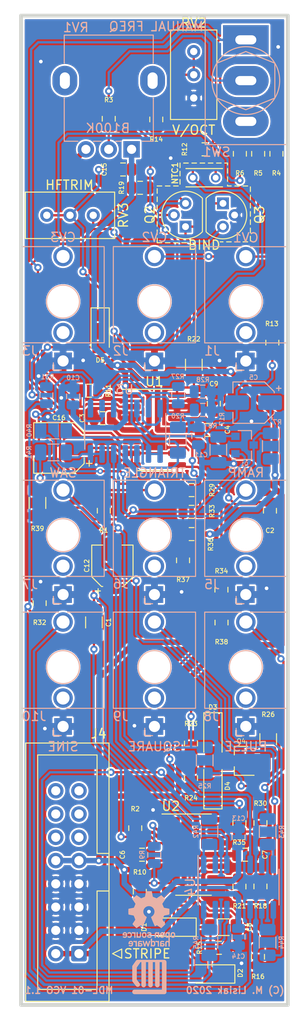
<source format=kicad_pcb>
(kicad_pcb (version 20171130) (host pcbnew "(5.1.6)-1")
  (title_block (title "MDL-01 VCO") (date 2020-09-28) (rev 1.0) (company "MDL Synth") (comment 1 "Copyright (C) 2020 Matt Lisiak") (comment 2 "LICENSE: CERN-OHL-S (https://ohwr.org/cern_ohl_s_v2.txt)"))
  (layers (0 F.Cu signal) (31 B.Cu signal) (34 B.Paste user hide) (35 F.Paste user hide) (36 B.SilkS user) (37 F.SilkS user hide) (38 B.Mask user hide) (39 F.Mask user hide) (44 Edge.Cuts user))
  (net 0 "")
  (net 1 SAW)
  (net 2 "Net-(C1-Pad2)")
  (net 3 GND)
  (net 4 "Net-(C2-Pad1)")
  (net 5 VCC)
  (net 6 VEE)
  (net 7 "Net-(C5-Pad2)")
  (net 8 "Net-(C9-Pad2)")
  (net 9 "Net-(C9-Pad1)")
  (net 10 TRIANGLE)
  (net 11 "Net-(D1-Pad2)")
  (net 12 "Net-(D2-Pad2)")
  (net 13 "Net-(D3-Pad2)")
  (net 14 "Net-(D5-Pad2)")
  (net 15 EXPO)
  (net 16 CV_IN)
  (net 17 PULSE)
  (net 18 RAMP)
  (net 19 SQUARE)
  (net 20 SINE)
  (net 21 "Net-(NTC1-Pad2)")
  (net 22 "Net-(NTC1-Pad1)")
  (net 23 "Net-(Q1-Pad2)")
  (net 24 "Net-(Q2-Pad2)")
  (net 25 "Net-(Q2-Pad1)")
  (net 26 "Net-(Q4-Pad1)")
  (net 27 "Net-(Q4-Pad2)")
  (net 28 "Net-(R29-Pad1)")
  (net 29 "Net-(SW1-Pad3)")
  (net 30 "Net-(C8-Pad1)")
  (net 31 "Net-(C8-Pad2)")
  (net 32 "Net-(C12-Pad1)")
  (net 33 "Net-(C15-Pad2)")
  (net 34 "Net-(C16-Pad1)")
  (net 35 "Net-(J1-PadT)")
  (net 36 "Net-(J2-PadT)")
  (net 37 "Net-(J3-PadT)")
  (net 38 "Net-(J4-Pad16)")
  (net 39 "Net-(J4-Pad14)")
  (net 40 "Net-(J4-Pad12)")
  (net 41 "Net-(J4-Pad15)")
  (net 42 "Net-(J4-Pad13)")
  (net 43 "Net-(J4-Pad11)")
  (net 44 "Net-(J5-PadT)")
  (net 45 "Net-(J6-PadT)")
  (net 46 "Net-(J7-PadT)")
  (net 47 "Net-(J8-PadT)")
  (net 48 "Net-(J9-PadT)")
  (net 49 "Net-(J10-PadT)")
  (net 50 "Net-(R3-Pad2)")
  (net 51 "Net-(R3-Pad1)")
  (net 52 "Net-(R10-Pad2)")
  (net 53 "Net-(R17-Pad2)")
  (net 54 "Net-(R18-Pad2)")
  (net 55 "Net-(R27-Pad1)")
  (net 56 "Net-(R27-Pad2)")
  (net 57 "Net-(R30-Pad1)")
  (net 58 "Net-(R33-Pad1)")
  (net 59 "Net-(R40-Pad2)")
  (net 60 "Net-(R41-Pad2)")
  (net 61 "Net-(R42-Pad2)")
  (net 62 "Net-(R43-Pad2)")
  (net 63 "Net-(R44-Pad2)")
  (net 64 "Net-(R45-Pad2)")
  (module Capacitor_SMD:CP_Elec_4x5.4 (layer B.Cu) (at 119.45 116.25 180)
    (fp_text reference C5 (at 0 2.75) (layer B.SilkS) (effects (font (size 0.5 0.5) (thickness 0.1)) (justify mirror)))
    (fp_text value 1uF)
    (pad 1 smd roundrect (at -1.8 0 180) (size 2.6 1.6) (layers B.Cu B.Paste B.Mask) (roundrect_rratio 0.15625) (net 4 "Net-(C2-Pad1)"))
    (pad 2 smd roundrect (at 1.8 0 180) (size 2.6 1.6) (layers B.Cu B.Paste B.Mask) (roundrect_rratio 0.15625) (net 7 "Net-(C5-Pad2)"))
  )
  (module Package_SO:SOIC-14_3.9x8.7mm_P1.27mm (layer B.Cu) (at 105.41 119.375 270)
    (fp_text reference U3 (at -4.535 0.08 180) (layer B.SilkS) (effects (justify mirror)))
    (fp_text value TL074)
    (pad 14 smd roundrect (at 2.475 3.81 270) (size 1.95 0.6) (layers B.Cu B.Paste B.Mask) (net 60 "Net-(R41-Pad2)"))
    (pad 13 smd roundrect (at 2.475 2.54 270) (size 1.95 0.6) (layers B.Cu B.Paste B.Mask) (net 60 "Net-(R41-Pad2)"))
    (pad 12 smd roundrect (at 2.475 1.27 270) (size 1.95 0.6) (layers B.Cu B.Paste B.Mask) (net 10 TRIANGLE))
    (pad 11 smd roundrect (at 2.475 0 270) (size 1.95 0.6) (layers B.Cu B.Paste B.Mask) (net 6 VEE))
    (pad 10 smd roundrect (at 2.475 -1.27 270) (size 1.95 0.6) (layers B.Cu B.Paste B.Mask) (net 18 RAMP))
    (pad 9 smd roundrect (at 2.475 -2.54 270) (size 1.95 0.6) (layers B.Cu B.Paste B.Mask) (net 59 "Net-(R40-Pad2)"))
    (pad 8 smd roundrect (at 2.475 -3.81 270) (size 1.95 0.6) (layers B.Cu B.Paste B.Mask) (net 59 "Net-(R40-Pad2)"))
    (pad 7 smd roundrect (at -2.475 -3.81 270) (size 1.95 0.6) (layers B.Cu B.Paste B.Mask) (net 18 RAMP))
    (pad 6 smd roundrect (at -2.475 -2.54 270) (size 1.95 0.6) (layers B.Cu B.Paste B.Mask) (net 53 "Net-(R17-Pad2)"))
    (pad 5 smd roundrect (at -2.475 -1.27 270) (size 1.95 0.6) (layers B.Cu B.Paste B.Mask) (net 7 "Net-(C5-Pad2)"))
    (pad 4 smd roundrect (at -2.475 0 270) (size 1.95 0.6) (layers B.Cu B.Paste B.Mask) (net 5 VCC))
    (pad 3 smd roundrect (at -2.475 1.27 270) (size 1.95 0.6) (layers B.Cu B.Paste B.Mask) (net 56 "Net-(R27-Pad2)"))
    (pad 2 smd roundrect (at -2.475 2.54 270) (size 1.95 0.6) (layers B.Cu B.Paste B.Mask) (net 1 SAW))
    (pad 1 smd roundrect (at -2.475 3.81 270) (size 1.95 0.6) (layers B.Cu B.Paste B.Mask) (net 55 "Net-(R27-Pad1)"))
  )
  (module Package_SO:SOIC-14_3.9x8.7mm_P1.27mm (layer F.Cu) (at 112.875 165.59)
    (fp_text reference U2 (at -2.475 -5.29) (layer F.SilkS))
    (fp_text value TL074)
    (pad 14 smd roundrect (at 2.475 -3.81) (size 1.95 0.6) (layers F.Cu F.Paste F.Mask) (net 20 SINE))
    (pad 13 smd roundrect (at 2.475 -2.54) (size 1.95 0.6) (layers F.Cu F.Paste F.Mask) (net 57 "Net-(R30-Pad1)"))
    (pad 12 smd roundrect (at 2.475 -1.27) (size 1.95 0.6) (layers F.Cu F.Paste F.Mask) (net 3 GND))
    (pad 11 smd roundrect (at 2.475 0) (size 1.95 0.6) (layers F.Cu F.Paste F.Mask) (net 6 VEE))
    (pad 10 smd roundrect (at 2.475 1.27) (size 1.95 0.6) (layers F.Cu F.Paste F.Mask) (net 31 "Net-(C8-Pad2)"))
    (pad 9 smd roundrect (at 2.475 2.54) (size 1.95 0.6) (layers F.Cu F.Paste F.Mask) (net 54 "Net-(R18-Pad2)"))
    (pad 8 smd roundrect (at 2.475 3.81) (size 1.95 0.6) (layers F.Cu F.Paste F.Mask) (net 32 "Net-(C12-Pad1)"))
    (pad 7 smd roundrect (at -2.475 3.81) (size 1.95 0.6) (layers F.Cu F.Paste F.Mask) (net 11 "Net-(D1-Pad2)"))
    (pad 6 smd roundrect (at -2.475 2.54) (size 1.95 0.6) (layers F.Cu F.Paste F.Mask) (net 52 "Net-(R10-Pad2)"))
    (pad 5 smd roundrect (at -2.475 1.27) (size 1.95 0.6) (layers F.Cu F.Paste F.Mask) (net 3 GND))
    (pad 4 smd roundrect (at -2.475 0) (size 1.95 0.6) (layers F.Cu F.Paste F.Mask) (net 5 VCC))
    (pad 3 smd roundrect (at -2.475 -1.27) (size 1.95 0.6) (layers F.Cu F.Paste F.Mask) (net 2 "Net-(C1-Pad2)"))
    (pad 2 smd roundrect (at -2.475 -2.54) (size 1.95 0.6) (layers F.Cu F.Paste F.Mask) (net 12 "Net-(D2-Pad2)"))
    (pad 1 smd roundrect (at -2.475 -3.81) (size 1.95 0.6) (layers F.Cu F.Paste F.Mask) (net 12 "Net-(D2-Pad2)"))
  )
  (module Package_SO:SOIC-14_3.9x8.7mm_P1.27mm (layer F.Cu) (at 108.6 119.24)
    (fp_text reference U1 (at 0 -5.28) (layer F.SilkS))
    (fp_text value TL074)
    (pad 14 smd roundrect (at 2.475 -3.81) (size 1.95 0.6) (layers F.Cu F.Paste F.Mask) (net 8 "Net-(C9-Pad2)"))
    (pad 13 smd roundrect (at 2.475 -2.54) (size 1.95 0.6) (layers F.Cu F.Paste F.Mask) (net 3 GND))
    (pad 12 smd roundrect (at 2.475 -1.27) (size 1.95 0.6) (layers F.Cu F.Paste F.Mask) (net 9 "Net-(C9-Pad1)"))
    (pad 11 smd roundrect (at 2.475 0) (size 1.95 0.6) (layers F.Cu F.Paste F.Mask) (net 6 VEE))
    (pad 10 smd roundrect (at 2.475 1.27) (size 1.95 0.6) (layers F.Cu F.Paste F.Mask) (net 28 "Net-(R29-Pad1)"))
    (pad 9 smd roundrect (at 2.475 2.54) (size 1.95 0.6) (layers F.Cu F.Paste F.Mask) (net 34 "Net-(C16-Pad1)"))
    (pad 8 smd roundrect (at 2.475 3.81) (size 1.95 0.6) (layers F.Cu F.Paste F.Mask) (net 14 "Net-(D5-Pad2)"))
    (pad 7 smd roundrect (at -2.475 3.81) (size 1.95 0.6) (layers F.Cu F.Paste F.Mask) (net 34 "Net-(C16-Pad1)"))
    (pad 6 smd roundrect (at -2.475 2.54) (size 1.95 0.6) (layers F.Cu F.Paste F.Mask) (net 34 "Net-(C16-Pad1)"))
    (pad 5 smd roundrect (at -2.475 1.27) (size 1.95 0.6) (layers F.Cu F.Paste F.Mask) (net 15 EXPO))
    (pad 4 smd roundrect (at -2.475 0) (size 1.95 0.6) (layers F.Cu F.Paste F.Mask) (net 5 VCC))
    (pad 3 smd roundrect (at -2.475 -1.27) (size 1.95 0.6) (layers F.Cu F.Paste F.Mask) (net 3 GND))
    (pad 2 smd roundrect (at -2.475 -2.54) (size 1.95 0.6) (layers F.Cu F.Paste F.Mask) (net 16 CV_IN))
    (pad 1 smd roundrect (at -2.475 -3.81) (size 1.95 0.6) (layers F.Cu F.Paste F.Mask) (net 22 "Net-(NTC1-Pad1)"))
  )
  (module Capacitor_SMD:C_0805_2012Metric (layer F.Cu) (at 121.24 128.0525 270)
    (fp_text reference C2 (at 2.1625 0) (layer F.SilkS) (effects (font (size 0.5 0.5) (thickness 0.1))))
    (fp_text value 100pF)
    (pad 2 smd roundrect (at 0.9375 0 270) (size 0.975 1.4) (layers F.Cu F.Paste F.Mask) (net 3 GND))
    (pad 1 smd roundrect (at -0.9375 0 270) (size 0.975 1.4) (layers F.Cu F.Paste F.Mask) (net 4 "Net-(C2-Pad1)"))
  )
  (module Capacitor_SMD:C_0805_2012Metric (layer B.Cu) (at 113.4 119.9075 270)
    (fp_text reference C11 (at 2.0325 -0.3) (layer B.SilkS) (effects (font (size 0.5 0.5) (thickness 0.1)) (justify mirror)))
    (fp_text value 100nF)
    (pad 1 smd roundrect (at -0.9375 0 270) (size 0.975 1.4) (layers B.Cu B.Paste B.Mask) (net 3 GND))
    (pad 2 smd roundrect (at 0.9375 0 270) (size 0.975 1.4) (layers B.Cu B.Paste B.Mask) (net 6 VEE))
  )
  (module Package_SO:SOIC-14_3.9x8.7mm_P1.27mm (layer B.Cu) (at 117.8 169.135 270)
    (fp_text reference U4 (at 0 5.28 90) (layer B.SilkS) (effects (justify mirror)))
    (fp_text value TL074)
    (pad 14 smd roundrect (at 2.475 3.81 270) (size 1.95 0.6) (layers B.Cu B.Paste B.Mask) (net 64 "Net-(R45-Pad2)"))
    (pad 13 smd roundrect (at 2.475 2.54 270) (size 1.95 0.6) (layers B.Cu B.Paste B.Mask) (net 64 "Net-(R45-Pad2)"))
    (pad 12 smd roundrect (at 2.475 1.27 270) (size 1.95 0.6) (layers B.Cu B.Paste B.Mask) (net 20 SINE))
    (pad 11 smd roundrect (at 2.475 0 270) (size 1.95 0.6) (layers B.Cu B.Paste B.Mask) (net 6 VEE))
    (pad 10 smd roundrect (at 2.475 -1.27 270) (size 1.95 0.6) (layers B.Cu B.Paste B.Mask) (net 19 SQUARE))
    (pad 9 smd roundrect (at 2.475 -2.54 270) (size 1.95 0.6) (layers B.Cu B.Paste B.Mask) (net 63 "Net-(R44-Pad2)"))
    (pad 8 smd roundrect (at 2.475 -3.81 270) (size 1.95 0.6) (layers B.Cu B.Paste B.Mask) (net 63 "Net-(R44-Pad2)"))
    (pad 7 smd roundrect (at -2.475 -3.81 270) (size 1.95 0.6) (layers B.Cu B.Paste B.Mask) (net 62 "Net-(R43-Pad2)"))
    (pad 6 smd roundrect (at -2.475 -2.54 270) (size 1.95 0.6) (layers B.Cu B.Paste B.Mask) (net 62 "Net-(R43-Pad2)"))
    (pad 5 smd roundrect (at -2.475 -1.27 270) (size 1.95 0.6) (layers B.Cu B.Paste B.Mask) (net 17 PULSE))
    (pad 4 smd roundrect (at -2.475 0 270) (size 1.95 0.6) (layers B.Cu B.Paste B.Mask) (net 5 VCC))
    (pad 3 smd roundrect (at -2.475 1.27 270) (size 1.95 0.6) (layers B.Cu B.Paste B.Mask) (net 1 SAW))
    (pad 2 smd roundrect (at -2.475 2.54 270) (size 1.95 0.6) (layers B.Cu B.Paste B.Mask) (net 61 "Net-(R42-Pad2)"))
    (pad 1 smd roundrect (at -2.475 3.81 270) (size 1.95 0.6) (layers B.Cu B.Paste B.Mask) (net 61 "Net-(R42-Pad2)"))
  )
  (module Resistor_SMD:R_1206_3216Metric (layer B.Cu) (at 114.62 175.18 90)
    (fp_text reference R45 (at 0 -1.47 90) (layer B.SilkS) (effects (font (size 0.5 0.5) (thickness 0.1)) (justify mirror)))
    (fp_text value 1K)
    (pad 2 smd roundrect (at 1.4 0 90) (size 1.25 1.75) (layers B.Cu B.Paste B.Mask) (roundrect_rratio 0.2) (net 64 "Net-(R45-Pad2)"))
    (pad 1 smd roundrect (at -1.4 0 90) (size 1.25 1.75) (layers B.Cu B.Paste B.Mask) (roundrect_rratio 0.2) (net 49 "Net-(J10-PadT)"))
  )
  (module Resistor_SMD:R_1206_3216Metric (layer B.Cu) (at 120.98 175.18 90)
    (fp_text reference R44 (at 0 1.53 90) (layer B.SilkS) (effects (font (size 0.5 0.5) (thickness 0.1)) (justify mirror)))
    (fp_text value 1K)
    (pad 2 smd roundrect (at 1.4 0 90) (size 1.25 1.75) (layers B.Cu B.Paste B.Mask) (roundrect_rratio 0.2) (net 63 "Net-(R44-Pad2)"))
    (pad 1 smd roundrect (at -1.4 0 90) (size 1.25 1.75) (layers B.Cu B.Paste B.Mask) (roundrect_rratio 0.2) (net 48 "Net-(J9-PadT)"))
  )
  (module Resistor_SMD:R_1206_3216Metric (layer B.Cu) (at 120.99 163.09 270)
    (fp_text reference R43 (at 0.01 -1.55 90) (layer B.SilkS) (effects (font (size 0.5 0.5) (thickness 0.1)) (justify mirror)))
    (fp_text value 1K)
    (pad 2 smd roundrect (at 1.4 0 270) (size 1.25 1.75) (layers B.Cu B.Paste B.Mask) (roundrect_rratio 0.2) (net 62 "Net-(R43-Pad2)"))
    (pad 1 smd roundrect (at -1.4 0 270) (size 1.25 1.75) (layers B.Cu B.Paste B.Mask) (roundrect_rratio 0.2) (net 47 "Net-(J8-PadT)"))
  )
  (module Resistor_SMD:R_1206_3216Metric (layer B.Cu) (at 114.62 163.08 270)
    (fp_text reference R42 (at 0 1.49 90) (layer B.SilkS) (effects (font (size 0.5 0.5) (thickness 0.1)) (justify mirror)))
    (fp_text value 1K)
    (pad 2 smd roundrect (at 1.4 0 270) (size 1.25 1.75) (layers B.Cu B.Paste B.Mask) (roundrect_rratio 0.2) (net 61 "Net-(R42-Pad2)"))
    (pad 1 smd roundrect (at -1.4 0 270) (size 1.25 1.75) (layers B.Cu B.Paste B.Mask) (roundrect_rratio 0.2) (net 46 "Net-(J7-PadT)"))
  )
  (module Resistor_SMD:R_1206_3216Metric (layer B.Cu) (at 97.545 121.685)
    (fp_text reference R41 (at -2.665 0.005 90) (layer B.SilkS) (effects (font (size 0.5 0.5) (thickness 0.1)) (justify mirror)))
    (fp_text value 1K)
    (pad 2 smd roundrect (at 1.4 0) (size 1.25 1.75) (layers B.Cu B.Paste B.Mask) (roundrect_rratio 0.2) (net 60 "Net-(R41-Pad2)"))
    (pad 1 smd roundrect (at -1.4 0) (size 1.25 1.75) (layers B.Cu B.Paste B.Mask) (roundrect_rratio 0.2) (net 45 "Net-(J6-PadT)"))
  )
  (module Resistor_SMD:R_1206_3216Metric (layer B.Cu) (at 97.545 119.295)
    (fp_text reference R40 (at -2.645 -0.005 90) (layer B.SilkS) (effects (font (size 0.5 0.5) (thickness 0.1)) (justify mirror)))
    (fp_text value 1K)
    (pad 2 smd roundrect (at 1.4 0) (size 1.25 1.75) (layers B.Cu B.Paste B.Mask) (roundrect_rratio 0.2) (net 59 "Net-(R40-Pad2)"))
    (pad 1 smd roundrect (at -1.4 0) (size 1.25 1.75) (layers B.Cu B.Paste B.Mask) (roundrect_rratio 0.2) (net 44 "Net-(J5-PadT)"))
  )
  (module Resistor_SMD:R_0805_2012Metric (layer F.Cu) (at 117.95 89.0875 270)
    (fp_text reference R6 (at 2.1125 0 180) (layer F.SilkS) (effects (font (size 0.5 0.5) (thickness 0.1))))
    (fp_text value 100K)
    (pad 2 smd roundrect (at 0.9375 0 270) (size 0.975 1.4) (layers F.Cu F.Paste F.Mask) (net 37 "Net-(J3-PadT)"))
    (pad 1 smd roundrect (at -0.9375 0 270) (size 0.975 1.4) (layers F.Cu F.Paste F.Mask) (net 16 CV_IN))
  )
  (module Resistor_SMD:R_0805_2012Metric (layer F.Cu) (at 119.95 89.0875 270)
    (fp_text reference R5 (at 2.1125 0 180) (layer F.SilkS) (effects (font (size 0.5 0.5) (thickness 0.1))))
    (fp_text value 100K)
    (pad 2 smd roundrect (at 0.9375 0 270) (size 0.975 1.4) (layers F.Cu F.Paste F.Mask) (net 36 "Net-(J2-PadT)"))
    (pad 1 smd roundrect (at -0.9375 0 270) (size 0.975 1.4) (layers F.Cu F.Paste F.Mask) (net 16 CV_IN))
  )
  (module Resistor_SMD:R_0805_2012Metric (layer F.Cu) (at 121.95 89.0875 270)
    (fp_text reference R4 (at 2.1125 0 180) (layer F.SilkS) (effects (font (size 0.5 0.5) (thickness 0.1))))
    (fp_text value 100K)
    (pad 2 smd roundrect (at 0.9375 0 270) (size 0.975 1.4) (layers F.Cu F.Paste F.Mask) (net 35 "Net-(J1-PadT)"))
    (pad 1 smd roundrect (at -0.9375 0 270) (size 0.975 1.4) (layers F.Cu F.Paste F.Mask) (net 16 CV_IN))
  )
  (module Resistor_SMD:R_0805_2012Metric (layer F.Cu) (at 103.6 85.2625 270)
    (fp_text reference R3 (at -2.0625 0) (layer F.SilkS) (effects (font (size 0.5 0.5) (thickness 0.1))))
    (fp_text value 100K)
    (pad 2 smd roundrect (at 0.9375 0 270) (size 0.975 1.4) (layers F.Cu F.Paste F.Mask) (net 50 "Net-(R3-Pad2)"))
    (pad 1 smd roundrect (at -0.9375 0 270) (size 0.975 1.4) (layers F.Cu F.Paste F.Mask) (net 51 "Net-(R3-Pad1)"))
  )
  (module Capacitor_SMD:C_0805_2012Metric (layer B.Cu) (at 117.8 174.5775 90)
    (fp_text reference C14 (at -2.1125 -0.01 180) (layer B.SilkS) (effects (font (size 0.5 0.5) (thickness 0.1)) (justify mirror)))
    (fp_text value 100nF)
    (pad 2 smd roundrect (at 0.9375 0 90) (size 0.975 1.4) (layers B.Cu B.Paste B.Mask) (net 6 VEE))
    (pad 1 smd roundrect (at -0.9375 0 90) (size 0.975 1.4) (layers B.Cu B.Paste B.Mask) (net 3 GND))
  )
  (module Capacitor_SMD:C_0805_2012Metric (layer B.Cu) (at 117.8 163.6925 90)
    (fp_text reference C13 (at 2.0625 0.02 180) (layer B.SilkS) (effects (font (size 0.5 0.5) (thickness 0.1)) (justify mirror)))
    (fp_text value 100nF)
    (pad 2 smd roundrect (at 0.9375 0 90) (size 0.975 1.4) (layers B.Cu B.Paste B.Mask) (net 3 GND))
    (pad 1 smd roundrect (at -0.9375 0 90) (size 0.975 1.4) (layers B.Cu B.Paste B.Mask) (net 5 VCC))
  )
  (module Capacitor_SMD:C_1206_3216Metric (layer F.Cu) (at 116.17 173.51)
    (fp_text reference C8 (at 2.8 0 90) (layer F.SilkS) (effects (font (size 0.5 0.5) (thickness 0.1))))
    (fp_text value 1uF)
    (pad 1 smd roundrect (at -1.4 0) (size 1.25 1.75) (layers F.Cu F.Paste F.Mask) (roundrect_rratio 0.2) (net 30 "Net-(C8-Pad1)"))
    (pad 2 smd roundrect (at 1.4 0) (size 1.25 1.75) (layers F.Cu F.Paste F.Mask) (roundrect_rratio 0.2) (net 31 "Net-(C8-Pad2)"))
  )
  (module Capacitor_SMD:C_0805_2012Metric (layer F.Cu) (at 118.5375 165.6 180)
    (fp_text reference C7 (at -2.1625 0 90) (layer F.SilkS) (effects (font (size 0.5 0.5) (thickness 0.1))))
    (fp_text value 100nF)
    (pad 1 smd roundrect (at -0.9375 0 180) (size 0.975 1.4) (layers F.Cu F.Paste F.Mask) (net 3 GND))
    (pad 2 smd roundrect (at 0.9375 0 180) (size 0.975 1.4) (layers F.Cu F.Paste F.Mask) (net 6 VEE))
  )
  (module Capacitor_SMD:CP_Elec_4x5.4 (layer F.Cu) (at 104 134.06 90)
    (fp_text reference C12 (at 0 -2.8 270) (layer F.SilkS) (effects (font (size 0.5 0.5) (thickness 0.1))))
    (fp_text value 1uF)
    (pad 2 smd roundrect (at 1.8 0 90) (size 2.6 1.6) (layers F.Cu F.Paste F.Mask) (roundrect_rratio 0.15625) (net 10 TRIANGLE))
    (pad 1 smd roundrect (at -1.8 0 90) (size 2.6 1.6) (layers F.Cu F.Paste F.Mask) (roundrect_rratio 0.15625) (net 32 "Net-(C12-Pad1)"))
  )
  (module Capacitor_SMD:CP_Elec_5x5.4 (layer F.Cu) (at 98.15 121.2 180)
    (fp_text reference C16 (at 0 3.3) (layer F.SilkS) (effects (font (size 0.5 0.5) (thickness 0.1))))
    (fp_text value 10uF)
    (pad 1 smd roundrect (at -2.2 0 180) (size 3 1.6) (layers F.Cu F.Paste F.Mask) (roundrect_rratio 0.15625) (net 34 "Net-(C16-Pad1)"))
    (pad 2 smd roundrect (at 2.2 0 180) (size 3 1.6) (layers F.Cu F.Paste F.Mask) (roundrect_rratio 0.15625) (net 1 SAW))
  )
  (module MDLSynth:Thonkiconn (layer B.Cu) (at 98.6 130.85)
    (fp_text reference J7 (at -3.6 5.24 -180) (layer B.SilkS) (effects (justify mirror)))
    (fp_text value SAW (at 0 -6.94 -180) (layer B.SilkS) (effects (justify mirror)))
    (pad "" np_thru_hole circle (at 0.01 -0.14) (size 3 3) (drill 3) (layers *.Cu *.Mask) (clearance 0.4))
    (pad T thru_hole circle (at 0 -5.05 180) (size 2.13 2.13) (drill 1.43) (layers *.Cu *.Mask) (net 46 "Net-(J7-PadT)"))
    (pad TN thru_hole circle (at 0 3.25 180) (size 2.13 2.13) (drill 1.42) (layers *.Cu *.Mask))
    (pad S thru_hole rect (at 0 6.35 180) (size 1.93 1.83) (drill 1.22) (layers *.Cu *.Mask) (net 3 GND))
  )
  (module Connector_IDC:IDC-Header_2x08_P2.54mm_Vertical (layer F.Cu) (at 100.34 176.4 180)
    (fp_text reference J4 (at -2.16 24) (layer F.SilkS))
    (fp_text value STRIPE (at -7.47 -0.01 180) (layer F.SilkS))
    (pad 16 thru_hole circle (at 2.54 17.78 180) (size 1.7 1.7) (drill 1) (layers *.Cu *.Mask) (net 38 "Net-(J4-Pad16)"))
    (pad 14 thru_hole circle (at 2.54 15.24 180) (size 1.7 1.7) (drill 1) (layers *.Cu *.Mask) (net 39 "Net-(J4-Pad14)"))
    (pad 12 thru_hole circle (at 2.54 12.7 180) (size 1.7 1.7) (drill 1) (layers *.Cu *.Mask) (net 40 "Net-(J4-Pad12)"))
    (pad 10 thru_hole circle (at 2.54 10.16 180) (size 1.7 1.7) (drill 1) (layers *.Cu *.Mask) (net 5 VCC))
    (pad 8 thru_hole circle (at 2.54 7.62 180) (size 1.7 1.7) (drill 1) (layers *.Cu *.Mask) (net 3 GND))
    (pad 6 thru_hole circle (at 2.54 5.08 180) (size 1.7 1.7) (drill 1) (layers *.Cu *.Mask) (net 3 GND))
    (pad 4 thru_hole circle (at 2.54 2.54 180) (size 1.7 1.7) (drill 1) (layers *.Cu *.Mask) (net 3 GND))
    (pad 2 thru_hole circle (at 2.54 0 180) (size 1.7 1.7) (drill 1) (layers *.Cu *.Mask) (net 6 VEE))
    (pad 15 thru_hole circle (at 0 17.78 180) (size 1.7 1.7) (drill 1) (layers *.Cu *.Mask) (net 41 "Net-(J4-Pad15)"))
    (pad 13 thru_hole circle (at 0 15.24 180) (size 1.7 1.7) (drill 1) (layers *.Cu *.Mask) (net 42 "Net-(J4-Pad13)"))
    (pad 11 thru_hole circle (at 0 12.7 180) (size 1.7 1.7) (drill 1) (layers *.Cu *.Mask) (net 43 "Net-(J4-Pad11)"))
    (pad 9 thru_hole circle (at 0 10.16 180) (size 1.7 1.7) (drill 1) (layers *.Cu *.Mask) (net 5 VCC))
    (pad 7 thru_hole circle (at 0 7.62 180) (size 1.7 1.7) (drill 1) (layers *.Cu *.Mask) (net 3 GND))
    (pad 5 thru_hole circle (at 0 5.08 180) (size 1.7 1.7) (drill 1) (layers *.Cu *.Mask) (net 3 GND))
    (pad 3 thru_hole circle (at 0 2.54 180) (size 1.7 1.7) (drill 1) (layers *.Cu *.Mask) (net 3 GND))
    (pad 1 thru_hole roundrect (at 0 0 180) (size 1.7 1.7) (drill 1) (layers *.Cu *.Mask) (roundrect_rratio 0.147059) (net 6 VEE))
  )
  (module Resistor_SMD:R_1206_3216Metric (layer B.Cu) (at 121.33 121 90)
    (fp_text reference R7 (at 2.62 0.72 180) (layer B.SilkS) (effects (font (size 0.5 0.5) (thickness 0.1)) (justify mirror)))
    (fp_text value 560R)
    (pad 1 smd roundrect (at -1.4 0 90) (size 1.25 1.75) (layers B.Cu B.Paste B.Mask) (roundrect_rratio 0.2) (net 5 VCC))
    (pad 2 smd roundrect (at 1.4 0 90) (size 1.25 1.75) (layers B.Cu B.Paste B.Mask) (roundrect_rratio 0.2) (net 4 "Net-(C2-Pad1)"))
  )
  (module Resistor_SMD:R_1206_3216Metric (layer B.Cu) (at 115.59 121.4 90)
    (fp_text reference R8 (at 2.62 -0.61 180) (layer B.SilkS) (effects (font (size 0.5 0.5) (thickness 0.1)) (justify mirror)))
    (fp_text value 1K)
    (pad 2 smd roundrect (at 1.4 0 90) (size 1.25 1.75) (layers B.Cu B.Paste B.Mask) (roundrect_rratio 0.2) (net 23 "Net-(Q1-Pad2)"))
    (pad 1 smd roundrect (at -1.4 0 90) (size 1.25 1.75) (layers B.Cu B.Paste B.Mask) (roundrect_rratio 0.2) (net 6 VEE))
  )
  (module Resistor_SMD:R_0805_2012Metric (layer F.Cu) (at 101.45 114.95 180)
    (fp_text reference R11 (at -2.1 0 270) (layer F.SilkS) (effects (font (size 0.5 0.5) (thickness 0.1))))
    (fp_text value 100K)
    (pad 2 smd roundrect (at 0.9375 0 180) (size 0.975 1.4) (layers F.Cu F.Paste F.Mask) (net 16 CV_IN))
    (pad 1 smd roundrect (at -0.9375 0 180) (size 0.975 1.4) (layers F.Cu F.Paste F.Mask) (net 22 "Net-(NTC1-Pad1)"))
  )
  (module Resistor_SMD:R_0805_2012Metric (layer F.Cu) (at 114.0625 88.6 180)
    (fp_text reference R12 (at 2.1625 0 90) (layer F.SilkS) (effects (font (size 0.5 0.5) (thickness 0.1))))
    (fp_text value 20K)
    (pad 2 smd roundrect (at 0.9375 0 180) (size 0.975 1.4) (layers F.Cu F.Paste F.Mask) (net 22 "Net-(NTC1-Pad1)"))
    (pad 1 smd roundrect (at -0.9375 0 180) (size 0.975 1.4) (layers F.Cu F.Paste F.Mask) (net 21 "Net-(NTC1-Pad2)"))
  )
  (module Resistor_SMD:R_1206_3216Metric (layer B.Cu) (at 111.16 120.35 90)
    (fp_text reference R20 (at 2.63 0) (layer B.SilkS) (effects (font (size 0.5 0.5) (thickness 0.1)) (justify mirror)))
    (fp_text value 1K)
    (pad 2 smd roundrect (at 1.4 0 90) (size 1.25 1.75) (layers B.Cu B.Paste B.Mask) (roundrect_rratio 0.2) (net 53 "Net-(R17-Pad2)"))
    (pad 1 smd roundrect (at -1.4 0 90) (size 1.25 1.75) (layers B.Cu B.Paste B.Mask) (roundrect_rratio 0.2) (net 18 RAMP))
  )
  (module Resistor_SMD:R_1206_3216Metric (layer F.Cu) (at 112.91 112.11 90)
    (fp_text reference R22 (at 2.8 0 180) (layer F.SilkS) (effects (font (size 0.5 0.5) (thickness 0.1))))
    (fp_text value 1K)
    (pad 1 smd roundrect (at -1.4 0 90) (size 1.25 1.75) (layers F.Cu F.Paste F.Mask) (roundrect_rratio 0.2) (net 8 "Net-(C9-Pad2)"))
    (pad 2 smd roundrect (at 1.4 0 90) (size 1.25 1.75) (layers F.Cu F.Paste F.Mask) (roundrect_rratio 0.2) (net 25 "Net-(Q2-Pad1)"))
  )
  (module Resistor_SMD:R_0805_2012Metric (layer F.Cu) (at 112.6 157.2375 90)
    (fp_text reference R24 (at -2.1625 0) (layer F.SilkS) (effects (font (size 0.5 0.5) (thickness 0.1))))
    (fp_text value 1M)
    (pad 1 smd roundrect (at -0.9375 0 90) (size 0.975 1.4) (layers F.Cu F.Paste F.Mask) (net 3 GND))
    (pad 2 smd roundrect (at 0.9375 0 90) (size 0.975 1.4) (layers F.Cu F.Paste F.Mask) (net 13 "Net-(D3-Pad2)"))
  )
  (module Resistor_SMD:R_1206_3216Metric (layer B.Cu) (at 114.1 155.3 90)
    (fp_text reference R25 (at -2.8 0) (layer B.SilkS) (effects (font (size 0.5 0.5) (thickness 0.1)) (justify mirror)))
    (fp_text value 1K)
    (pad 2 smd roundrect (at 1.4 0 90) (size 1.25 1.75) (layers B.Cu B.Paste B.Mask) (roundrect_rratio 0.2) (net 10 TRIANGLE))
    (pad 1 smd roundrect (at -1.4 0 90) (size 1.25 1.75) (layers B.Cu B.Paste B.Mask) (roundrect_rratio 0.2) (net 26 "Net-(Q4-Pad1)"))
  )
  (module Resistor_SMD:R_0805_2012Metric (layer F.Cu) (at 112.6625 125.8 180)
    (fp_text reference R29 (at -2.2375 0 90) (layer F.SilkS) (effects (font (size 0.5 0.5) (thickness 0.1))))
    (fp_text value 220K)
    (pad 2 smd roundrect (at 0.9375 0 180) (size 0.975 1.4) (layers F.Cu F.Paste F.Mask) (net 14 "Net-(D5-Pad2)"))
    (pad 1 smd roundrect (at -0.9375 0 180) (size 0.975 1.4) (layers F.Cu F.Paste F.Mask) (net 28 "Net-(R29-Pad1)"))
  )
  (module Resistor_SMD:R_0805_2012Metric (layer F.Cu) (at 120.2 162.1375 90)
    (fp_text reference R30 (at 2.1375 0 180) (layer F.SilkS) (effects (font (size 0.5 0.5) (thickness 0.1))))
    (fp_text value 10K)
    (pad 2 smd roundrect (at 0.9375 0 90) (size 0.975 1.4) (layers F.Cu F.Paste F.Mask) (net 27 "Net-(Q4-Pad2)"))
    (pad 1 smd roundrect (at -0.9375 0 90) (size 0.975 1.4) (layers F.Cu F.Paste F.Mask) (net 57 "Net-(R30-Pad1)"))
  )
  (module Resistor_SMD:R_1206_3216Metric (layer F.Cu) (at 95.8 127.2 90)
    (fp_text reference R39 (at -2.8 0 180) (layer F.SilkS) (effects (font (size 0.5 0.5) (thickness 0.1))))
    (fp_text value 1K)
    (pad 2 smd roundrect (at 1.4 0 90) (size 1.25 1.75) (layers F.Cu F.Paste F.Mask) (roundrect_rratio 0.2) (net 1 SAW))
    (pad 1 smd roundrect (at -1.4 0 90) (size 1.25 1.75) (layers F.Cu F.Paste F.Mask) (roundrect_rratio 0.2) (net 3 GND))
  )
  (module MDLSynth:Thonkiconn (layer B.Cu) (at 98.6 145.25)
    (fp_text reference J10 (at -3.17 5.24 -180) (layer B.SilkS) (effects (justify mirror)))
    (fp_text value SINE (at 0 8.55 -180) (layer B.SilkS) (effects (justify mirror)))
    (pad "" np_thru_hole circle (at 0.01 -0.14) (size 3 3) (drill 3) (layers *.Cu *.Mask) (clearance 0.4))
    (pad T thru_hole circle (at 0 -5.05 180) (size 2.13 2.13) (drill 1.43) (layers *.Cu *.Mask) (net 49 "Net-(J10-PadT)"))
    (pad TN thru_hole circle (at 0 3.25 180) (size 2.13 2.13) (drill 1.42) (layers *.Cu *.Mask))
    (pad S thru_hole rect (at 0 6.35 180) (size 1.93 1.83) (drill 1.22) (layers *.Cu *.Mask) (net 3 GND))
  )
  (module MDLSynth:Thonkiconn (layer B.Cu) (at 108.6 145.25)
    (fp_text reference J9 (at -3.7 5.25 -180) (layer B.SilkS) (effects (justify mirror)))
    (fp_text value SQUARE (at 0 8.55 -180) (layer B.SilkS) (effects (justify mirror)))
    (pad "" np_thru_hole circle (at 0.01 -0.14) (size 3 3) (drill 3) (layers *.Cu *.Mask) (clearance 0.4))
    (pad T thru_hole circle (at 0 -5.05 180) (size 2.13 2.13) (drill 1.43) (layers *.Cu *.Mask) (net 48 "Net-(J9-PadT)"))
    (pad TN thru_hole circle (at 0 3.25 180) (size 2.13 2.13) (drill 1.42) (layers *.Cu *.Mask))
    (pad S thru_hole rect (at 0 6.35 180) (size 1.93 1.83) (drill 1.22) (layers *.Cu *.Mask) (net 3 GND))
  )
  (module MDLSynth:Thonkiconn (layer B.Cu) (at 118.6 145.25)
    (fp_text reference J8 (at -3.8 5.25 -180) (layer B.SilkS) (effects (justify mirror)))
    (fp_text value PULSE (at 0 8.55 -180) (layer B.SilkS) (effects (justify mirror)))
    (pad "" np_thru_hole circle (at 0.01 -0.14) (size 3 3) (drill 3) (layers *.Cu *.Mask) (clearance 0.4))
    (pad T thru_hole circle (at 0 -5.05 180) (size 2.13 2.13) (drill 1.43) (layers *.Cu *.Mask) (net 47 "Net-(J8-PadT)"))
    (pad TN thru_hole circle (at 0 3.25 180) (size 2.13 2.13) (drill 1.42) (layers *.Cu *.Mask))
    (pad S thru_hole rect (at 0 6.35 180) (size 1.93 1.83) (drill 1.22) (layers *.Cu *.Mask) (net 3 GND))
  )
  (module MDLSynth:Thonkiconn (layer B.Cu) (at 108.6 130.85)
    (fp_text reference J6 (at -3.7 5.19 -180) (layer B.SilkS) (effects (justify mirror)))
    (fp_text value TRIANGLE (at 0.02 -6.93 -180) (layer B.SilkS) (effects (justify mirror)))
    (pad "" np_thru_hole circle (at 0.01 -0.14) (size 3 3) (drill 3) (layers *.Cu *.Mask) (clearance 0.4))
    (pad T thru_hole circle (at 0 -5.05 180) (size 2.13 2.13) (drill 1.43) (layers *.Cu *.Mask) (net 45 "Net-(J6-PadT)"))
    (pad TN thru_hole circle (at 0 3.25 180) (size 2.13 2.13) (drill 1.42) (layers *.Cu *.Mask))
    (pad S thru_hole rect (at 0 6.35 180) (size 1.93 1.83) (drill 1.22) (layers *.Cu *.Mask) (net 3 GND))
  )
  (module MDLSynth:Thonkiconn (layer B.Cu) (at 118.6 130.85)
    (fp_text reference J5 (at -3.7 5.25 -180) (layer B.SilkS) (effects (justify mirror)))
    (fp_text value RAMP (at 0.01 -6.97 -180) (layer B.SilkS) (effects (justify mirror)))
    (pad "" np_thru_hole circle (at 0.01 -0.14) (size 3 3) (drill 3) (layers *.Cu *.Mask) (clearance 0.4))
    (pad T thru_hole circle (at 0 -5.05 180) (size 2.13 2.13) (drill 1.43) (layers *.Cu *.Mask) (net 44 "Net-(J5-PadT)"))
    (pad TN thru_hole circle (at 0 3.25 180) (size 2.13 2.13) (drill 1.42) (layers *.Cu *.Mask))
    (pad S thru_hole rect (at 0 6.35 180) (size 1.93 1.83) (drill 1.22) (layers *.Cu *.Mask) (net 3 GND))
  )
  (module MDLSynth:Thonkiconn (layer B.Cu) (at 98.6 105.35)
    (fp_text reference J3 (at -3.64 5.25 -180) (layer B.SilkS) (effects (justify mirror)))
    (fp_text value CV3 (at 0 -7.15 -180) (layer B.SilkS) (effects (justify mirror)))
    (pad "" np_thru_hole circle (at 0.01 -0.14) (size 3 3) (drill 3) (layers *.Cu *.Mask) (clearance 0.4))
    (pad T thru_hole circle (at 0 -5.05 180) (size 2.13 2.13) (drill 1.43) (layers *.Cu *.Mask) (net 37 "Net-(J3-PadT)"))
    (pad TN thru_hole circle (at 0 3.25 180) (size 2.13 2.13) (drill 1.42) (layers *.Cu *.Mask))
    (pad S thru_hole rect (at 0 6.35 180) (size 1.93 1.83) (drill 1.22) (layers *.Cu *.Mask) (net 3 GND))
  )
  (module MDLSynth:Thonkiconn (layer B.Cu) (at 108.6 105.35)
    (fp_text reference J2 (at -3.7 5.25 -180) (layer B.SilkS) (effects (justify mirror)))
    (fp_text value CV2 (at 0 -7.15 -180) (layer B.SilkS) (effects (justify mirror)))
    (pad "" np_thru_hole circle (at 0.01 -0.14) (size 3 3) (drill 3) (layers *.Cu *.Mask) (clearance 0.4))
    (pad T thru_hole circle (at 0 -5.05 180) (size 2.13 2.13) (drill 1.43) (layers *.Cu *.Mask) (net 36 "Net-(J2-PadT)"))
    (pad TN thru_hole circle (at 0 3.25 180) (size 2.13 2.13) (drill 1.42) (layers *.Cu *.Mask))
    (pad S thru_hole rect (at 0 6.35 180) (size 1.93 1.83) (drill 1.22) (layers *.Cu *.Mask) (net 3 GND))
  )
  (module MDLSynth:Thonkiconn (layer B.Cu) (at 118.6 105.36)
    (fp_text reference J1 (at -3.7 5.24 -180) (layer B.SilkS) (effects (justify mirror)))
    (fp_text value CV1 (at 0 -7.11 -180) (layer B.SilkS) (effects (justify mirror)))
    (pad "" np_thru_hole circle (at 0.01 -0.14) (size 3 3) (drill 3) (layers *.Cu *.Mask) (clearance 0.4))
    (pad T thru_hole circle (at 0 -5.05 180) (size 2.13 2.13) (drill 1.43) (layers *.Cu *.Mask) (net 35 "Net-(J1-PadT)"))
    (pad TN thru_hole circle (at 0 3.25 180) (size 2.13 2.13) (drill 1.42) (layers *.Cu *.Mask))
    (pad S thru_hole rect (at 0 6.35 180) (size 1.93 1.83) (drill 1.22) (layers *.Cu *.Mask) (net 3 GND))
  )
  (module Symbol:OSHW-Logo_5.7x6mm_SilkScreen (layer B.Cu) (at 108 172.6 180)
    (fp_text reference REF** hide)
    (fp_text value OSHW-Logo_5.7x6mm_SilkScreen hide)
  )
  (module Diode_SMD:D_MiniMELF (layer F.Cu) (at 102.66 108.46 270)
    (fp_text reference D5 (at 3.15 0 180) (layer F.SilkS) (effects (font (size 0.5 0.5) (thickness 0.1))))
    (fp_text value 4148)
    (pad 2 smd rect (at 1.75 0 270) (size 1.3 1.7) (layers F.Cu F.Paste F.Mask) (net 14 "Net-(D5-Pad2)"))
    (pad 1 smd rect (at -1.75 0 270) (size 1.3 1.7) (layers F.Cu F.Paste F.Mask) (net 33 "Net-(C15-Pad2)"))
  )
  (module Diode_SMD:D_MiniMELF (layer F.Cu) (at 115 158.05 90)
    (fp_text reference D4 (at -0.05 1.6 270) (layer F.SilkS) (effects (font (size 0.5 0.5) (thickness 0.1))))
    (fp_text value 4148)
    (pad 2 smd rect (at 1.75 0 90) (size 1.3 1.7) (layers F.Cu F.Paste F.Mask) (net 13 "Net-(D3-Pad2)"))
    (pad 1 smd rect (at -1.75 0 90) (size 1.3 1.7) (layers F.Cu F.Paste F.Mask) (net 3 GND))
  )
  (module Diode_SMD:D_MiniMELF (layer F.Cu) (at 115 152.65 270)
    (fp_text reference D3 (at -3.15 0 180) (layer F.SilkS) (effects (font (size 0.5 0.5) (thickness 0.1))))
    (fp_text value 4148)
    (pad 2 smd rect (at 1.75 0 270) (size 1.3 1.7) (layers F.Cu F.Paste F.Mask) (net 13 "Net-(D3-Pad2)"))
    (pad 1 smd rect (at -1.75 0 270) (size 1.3 1.7) (layers F.Cu F.Paste F.Mask) (net 10 TRIANGLE))
  )
  (module Diode_SMD:D_MiniMELF (layer F.Cu) (at 114.85 178.62 180)
    (fp_text reference D2 (at -3.15 0.1 90) (layer F.SilkS) (effects (font (size 0.5 0.5) (thickness 0.1))))
    (fp_text value 4148)
    (pad 2 smd rect (at 1.75 0 180) (size 1.3 1.7) (layers F.Cu F.Paste F.Mask) (net 12 "Net-(D2-Pad2)"))
    (pad 1 smd rect (at -1.75 0 180) (size 1.3 1.7) (layers F.Cu F.Paste F.Mask) (net 30 "Net-(C8-Pad1)"))
  )
  (module Diode_SMD:D_MiniMELF (layer F.Cu) (at 110.62 173.51 180)
    (fp_text reference D1 (at 3.15 0 270) (layer F.SilkS) (effects (font (size 0.5 0.5) (thickness 0.1))))
    (fp_text value 4148)
    (pad 2 smd rect (at 1.75 0 180) (size 1.3 1.7) (layers F.Cu F.Paste F.Mask) (net 11 "Net-(D1-Pad2)"))
    (pad 1 smd rect (at -1.75 0 180) (size 1.3 1.7) (layers F.Cu F.Paste F.Mask) (net 30 "Net-(C8-Pad1)"))
  )
  (module Package_TO_SOT_SMD:SOT-23 (layer B.Cu) (at 118.46 120.88)
    (fp_text reference Q1 (at 0 2.05 180) (layer B.SilkS) (effects (font (size 0.4 0.4) (thickness 0.07)) (justify mirror)))
    (fp_text value 3904)
    (pad 3 smd rect (at 1 0) (size 0.9 0.8) (layers B.Cu B.Paste B.Mask) (net 4 "Net-(C2-Pad1)"))
    (pad 2 smd rect (at -1 -0.95) (size 0.9 0.8) (layers B.Cu B.Paste B.Mask) (net 23 "Net-(Q1-Pad2)"))
    (pad 1 smd rect (at -1 0.95) (size 0.9 0.8) (layers B.Cu B.Paste B.Mask) (net 1 SAW))
  )
  (module Capacitor_SMD:C_0805_2012Metric (layer F.Cu) (at 102.9375 117.95 180)
    (fp_text reference C3 (at 2.2325 0 270) (layer F.SilkS) (effects (font (size 0.5 0.5) (thickness 0.1))))
    (fp_text value 100nF)
    (pad 1 smd roundrect (at -0.9375 0 180) (size 0.975 1.4) (layers F.Cu F.Paste F.Mask) (net 5 VCC))
    (pad 2 smd roundrect (at 0.9375 0 180) (size 0.975 1.4) (layers F.Cu F.Paste F.Mask) (net 3 GND))
  )
  (module Capacitor_SMD:C_0805_2012Metric (layer F.Cu) (at 114.4375 119.23 180)
    (fp_text reference C4 (at -2.1625 0.03 90) (layer F.SilkS) (effects (font (size 0.5 0.5) (thickness 0.1))))
    (fp_text value 100nF)
    (pad 2 smd roundrect (at 0.9375 0 180) (size 0.975 1.4) (layers F.Cu F.Paste F.Mask) (net 6 VEE))
    (pad 1 smd roundrect (at -0.9375 0 180) (size 0.975 1.4) (layers F.Cu F.Paste F.Mask) (net 3 GND))
  )
  (module Capacitor_SMD:C_0805_2012Metric (layer F.Cu) (at 107.2375 165.6 180)
    (fp_text reference C6 (at 2.1375 0 90) (layer F.SilkS) (effects (font (size 0.5 0.5) (thickness 0.1))))
    (fp_text value 100nF)
    (pad 1 smd roundrect (at -0.9375 0 180) (size 0.975 1.4) (layers F.Cu F.Paste F.Mask) (net 5 VCC))
    (pad 2 smd roundrect (at 0.9375 0 180) (size 0.975 1.4) (layers F.Cu F.Paste F.Mask) (net 3 GND))
  )
  (module Capacitor_SMD:C_0805_2012Metric (layer F.Cu) (at 115.1 116.3625 90)
    (fp_text reference C9 (at 2.1625 0 180) (layer F.SilkS) (effects (font (size 0.5 0.5) (thickness 0.1))))
    (fp_text value 100pF)
    (pad 2 smd roundrect (at 0.9375 0 90) (size 0.975 1.4) (layers F.Cu F.Paste F.Mask) (net 8 "Net-(C9-Pad2)"))
    (pad 1 smd roundrect (at -0.9375 0 90) (size 0.975 1.4) (layers F.Cu F.Paste F.Mask) (net 9 "Net-(C9-Pad1)"))
  )
  (module Capacitor_SMD:C_0805_2012Metric (layer B.Cu) (at 99.7 115.5625 90)
    (fp_text reference C10 (at 2.0325 0 180) (layer B.SilkS) (effects (font (size 0.5 0.5) (thickness 0.1)) (justify mirror)))
    (fp_text value 100nF)
    (pad 1 smd roundrect (at -0.9375 0 90) (size 0.975 1.4) (layers B.Cu B.Paste B.Mask) (net 5 VCC))
    (pad 2 smd roundrect (at 0.9375 0 90) (size 0.975 1.4) (layers B.Cu B.Paste B.Mask) (net 3 GND))
  )
  (module Potentiometer_THT:Potentiometer_Bourns_3296W_Vertical (layer F.Cu) (at 101.9 95.8)
    (fp_text reference RV3 (at 3.3 0 90) (layer F.SilkS))
    (fp_text value B2K)
    (pad 1 thru_hole circle (at 0 0) (size 1.44 1.44) (drill 0.8) (layers *.Cu *.Mask) (net 15 EXPO))
    (pad 2 thru_hole circle (at -2.54 0) (size 1.44 1.44) (drill 0.8) (layers *.Cu *.Mask) (net 33 "Net-(C15-Pad2)"))
    (pad 3 thru_hole circle (at -5.08 0) (size 1.44 1.44) (drill 0.8) (layers *.Cu *.Mask) (net 33 "Net-(C15-Pad2)"))
  )
  (module Package_TO_SOT_THT:TO-92 (layer F.Cu) (at 112 97.04 90)
    (fp_text reference Q2 (at 1.29 -3.9 90) (layer F.SilkS))
    (fp_text value 2N3904)
    (pad 2 thru_hole circle (at 1.27 -1.27 180) (size 1.3 1.3) (drill 0.75) (layers *.Cu *.Mask) (net 24 "Net-(Q2-Pad2)"))
    (pad 3 thru_hole circle (at 2.54 0 180) (size 1.3 1.3) (drill 0.75) (layers *.Cu *.Mask) (net 9 "Net-(C9-Pad1)"))
    (pad 1 thru_hole rect (at 0 0 180) (size 1.3 1.3) (drill 0.75) (layers *.Cu *.Mask) (net 25 "Net-(Q2-Pad1)"))
  )
  (module Package_TO_SOT_THT:TO-92 (layer F.Cu) (at 116.1 94.5 270)
    (fp_text reference Q3 (at 1.25 -4 90) (layer F.SilkS))
    (fp_text value 2N3904)
    (pad 1 thru_hole rect (at 0 0) (size 1.3 1.3) (drill 0.75) (layers *.Cu *.Mask) (net 25 "Net-(Q2-Pad1)"))
    (pad 3 thru_hole circle (at 2.54 0) (size 1.3 1.3) (drill 0.75) (layers *.Cu *.Mask) (net 15 EXPO))
    (pad 2 thru_hole circle (at 1.27 -1.27) (size 1.3 1.3) (drill 0.75) (layers *.Cu *.Mask) (net 3 GND))
  )
  (module Package_TO_SOT_SMD:SOT-23 (layer F.Cu) (at 118.1 155.35 180)
    (fp_text reference Q4 (at 0 2.15) (layer F.SilkS) (effects (font (size 0.5 0.5) (thickness 0.07))))
    (fp_text value 5457)
    (pad 1 smd rect (at -1 -0.95 180) (size 0.9 0.8) (layers F.Cu F.Paste F.Mask) (net 26 "Net-(Q4-Pad1)"))
    (pad 2 smd rect (at -1 0.95 180) (size 0.9 0.8) (layers F.Cu F.Paste F.Mask) (net 27 "Net-(Q4-Pad2)"))
    (pad 3 smd rect (at 1 0 180) (size 0.9 0.8) (layers F.Cu F.Paste F.Mask) (net 13 "Net-(D3-Pad2)"))
  )
  (module Potentiometer_THT:Potentiometer_Alpha_RD901F-40-00D_Single_Vertical (layer B.Cu) (at 106.1 88.6 90)
    (fp_text reference RV1 (at 13.3 -6.1) (layer B.SilkS) (effects (justify mirror)))
    (fp_text value B100K (at 2.3 -2.6) (layer B.SilkS) (effects (justify mirror)))
    (pad "" thru_hole oval (at 7.5 2.3) (size 2.72 3.24) (drill oval 1.1 1.8) (layers *.Cu *.Mask))
    (pad "" thru_hole oval (at 7.5 -7.3) (size 2.72 3.24) (drill oval 1.1 1.8) (layers *.Cu *.Mask))
    (pad 3 thru_hole circle (at 0 -5) (size 1.8 1.8) (drill 1) (layers *.Cu *.Mask) (net 6 VEE))
    (pad 2 thru_hole circle (at 0 -2.5) (size 1.8 1.8) (drill 1) (layers *.Cu *.Mask) (net 50 "Net-(R3-Pad2)"))
    (pad 1 thru_hole rect (at 0 0) (size 1.8 1.8) (drill 1) (layers *.Cu *.Mask) (net 5 VCC))
  )
  (module MDLSynth:SW_Toggle_Blue_wSlots (layer B.Cu) (at 118.6 81.1 270)
    (fp_text reference SW1 (at 7.8 3.2 180) (layer B.SilkS) (effects (justify mirror)))
    (fp_text value "MANUAL FREQ" (at -5.9 9.8 180) (layer B.SilkS) (effects (justify mirror)))
    (pad 1 thru_hole rect (at -4.45 0 270) (size 3.2 5) (drill oval 1 2.3) (layers *.Cu *.Mask) (net 16 CV_IN))
    (pad 2 thru_hole oval (at 0 0 270) (size 3.2 5) (drill oval 1 2.3) (layers *.Cu *.Mask) (net 51 "Net-(R3-Pad1)"))
    (pad 3 thru_hole oval (at 4.45 0 270) (size 3.2 5) (drill oval 1 2.3) (layers *.Cu *.Mask) (net 29 "Net-(SW1-Pad3)"))
  )
  (module Potentiometer_THT:Potentiometer_Bourns_3296W_Vertical (layer F.Cu) (at 112.9 83 270)
    (fp_text reference RV2 (at -8.2 0 180) (layer F.SilkS))
    (fp_text value B2K)
    (pad 3 thru_hole circle (at -5.08 0 270) (size 1.44 1.44) (drill 0.8) (layers *.Cu *.Mask) (net 24 "Net-(Q2-Pad2)"))
    (pad 2 thru_hole circle (at -2.54 0 270) (size 1.44 1.44) (drill 0.8) (layers *.Cu *.Mask) (net 24 "Net-(Q2-Pad2)"))
    (pad 1 thru_hole circle (at 0 0 270) (size 1.44 1.44) (drill 0.8) (layers *.Cu *.Mask) (net 3 GND))
  )
  (module Capacitor_SMD:C_1206_3216Metric (layer F.Cu) (at 101.98 140.24 270)
    (fp_text reference C1 (at 0 -1.6 90) (layer F.SilkS) (effects (font (size 0.5 0.5) (thickness 0.1))))
    (fp_text value 1uF)
    (pad 2 smd roundrect (at 1.4 0 270) (size 1.25 1.75) (layers F.Cu F.Paste F.Mask) (roundrect_rratio 0.2) (net 2 "Net-(C1-Pad2)"))
    (pad 1 smd roundrect (at -1.4 0 270) (size 1.25 1.75) (layers F.Cu F.Paste F.Mask) (roundrect_rratio 0.2) (net 1 SAW))
  )
  (module Capacitor_SMD:C_0805_2012Metric (layer F.Cu) (at 105.1625 90.8 180)
    (fp_text reference C15 (at 2.0625 0 90) (layer F.SilkS) (effects (font (size 0.5 0.5) (thickness 0.1))))
    (fp_text value 2.2nF)
    (pad 1 smd roundrect (at -0.9375 0 180) (size 0.975 1.4) (layers F.Cu F.Paste F.Mask) (net 5 VCC))
    (pad 2 smd roundrect (at 0.9375 0 180) (size 0.975 1.4) (layers F.Cu F.Paste F.Mask) (net 33 "Net-(C15-Pad2)"))
  )
  (module MDLSynth:THERM_NXRT15WB333JA1B010 (layer F.Cu) (at 114.05 91.7)
    (fp_text reference NTC1 (at -3.2 -0.5 90) (layer F.SilkS) (effects (font (size 0.64 0.64) (thickness 0.13))))
    (fp_text value 10K hide)
    (pad 2 thru_hole circle (at 1.25 0) (size 1.05 1.05) (drill 0.65) (layers *.Cu *.Mask) (net 21 "Net-(NTC1-Pad2)"))
    (pad 1 thru_hole circle (at -1.25 0) (size 1.05 1.05) (drill 0.65) (layers *.Cu *.Mask) (net 22 "Net-(NTC1-Pad1)"))
  )
  (module Resistor_SMD:R_0805_2012Metric (layer F.Cu) (at 103.06 128.0475 270)
    (fp_text reference R1 (at 2.1375 0 180) (layer F.SilkS) (effects (font (size 0.5 0.5) (thickness 0.1))))
    (fp_text value 22K)
    (pad 2 smd roundrect (at 0.9375 0 270) (size 0.975 1.4) (layers F.Cu F.Paste F.Mask) (net 1 SAW))
    (pad 1 smd roundrect (at -0.9375 0 270) (size 0.975 1.4) (layers F.Cu F.Paste F.Mask) (net 3 GND))
  )
  (module Resistor_SMD:R_0805_2012Metric (layer F.Cu) (at 106.5 162.7 270)
    (fp_text reference R2 (at -2.1 0) (layer F.SilkS) (effects (font (size 0.5 0.5) (thickness 0.1))))
    (fp_text value 220K)
    (pad 1 smd roundrect (at -0.9375 0 270) (size 0.975 1.4) (layers F.Cu F.Paste F.Mask) (net 3 GND))
    (pad 2 smd roundrect (at 0.9375 0 270) (size 0.975 1.4) (layers F.Cu F.Paste F.Mask) (net 2 "Net-(C1-Pad2)"))
  )
  (module Resistor_SMD:R_0805_2012Metric (layer B.Cu) (at 108.58 165.62 90)
    (fp_text reference R9 (at 0.02 -1.33 270) (layer B.SilkS) (effects (font (size 0.5 0.5) (thickness 0.1)) (justify mirror)))
    (fp_text value 10K)
    (pad 1 smd roundrect (at -0.9375 0 90) (size 0.975 1.4) (layers B.Cu B.Paste B.Mask) (net 52 "Net-(R10-Pad2)"))
    (pad 2 smd roundrect (at 0.9375 0 90) (size 0.975 1.4) (layers B.Cu B.Paste B.Mask) (net 12 "Net-(D2-Pad2)"))
  )
  (module Resistor_SMD:R_0805_2012Metric (layer F.Cu) (at 107 169.6375 90)
    (fp_text reference R10 (at 2.1375 0 180) (layer F.SilkS) (effects (font (size 0.5 0.5) (thickness 0.1))))
    (fp_text value 10K)
    (pad 1 smd roundrect (at -0.9375 0 90) (size 0.975 1.4) (layers F.Cu F.Paste F.Mask) (net 11 "Net-(D1-Pad2)"))
    (pad 2 smd roundrect (at 0.9375 0 90) (size 0.975 1.4) (layers F.Cu F.Paste F.Mask) (net 52 "Net-(R10-Pad2)"))
  )
  (module Resistor_SMD:R_0805_2012Metric (layer F.Cu) (at 121.5 109.7 270)
    (fp_text reference R13 (at -2.0625 0.05) (layer F.SilkS) (effects (font (size 0.5 0.5) (thickness 0.1))))
    (fp_text value 470K)
    (pad 1 smd roundrect (at -0.9375 0 270) (size 0.975 1.4) (layers F.Cu F.Paste F.Mask) (net 3 GND))
    (pad 2 smd roundrect (at 0.9375 0 270) (size 0.975 1.4) (layers F.Cu F.Paste F.Mask) (net 7 "Net-(C5-Pad2)"))
  )
  (module Resistor_SMD:R_0805_2012Metric (layer F.Cu) (at 108.8 85.3375 270)
    (fp_text reference R14 (at 2.1625 0 180) (layer F.SilkS) (effects (font (size 0.5 0.5) (thickness 0.1))))
    (fp_text value 47K)
    (pad 1 smd roundrect (at -0.9375 0 270) (size 0.975 1.4) (layers F.Cu F.Paste F.Mask) (net 24 "Net-(Q2-Pad2)"))
    (pad 2 smd roundrect (at 0.9375 0 270) (size 0.975 1.4) (layers F.Cu F.Paste F.Mask) (net 21 "Net-(NTC1-Pad2)"))
  )
  (module Resistor_SMD:R_0805_2012Metric (layer F.Cu) (at 115.6725 175.76 180)
    (fp_text reference R15 (at 2.1375 0 90) (layer F.SilkS) (effects (font (size 0.5 0.5) (thickness 0.1))))
    (fp_text value 220K)
    (pad 2 smd roundrect (at 0.9375 0 180) (size 0.975 1.4) (layers F.Cu F.Paste F.Mask) (net 30 "Net-(C8-Pad1)"))
    (pad 1 smd roundrect (at -0.9375 0 180) (size 0.975 1.4) (layers F.Cu F.Paste F.Mask) (net 3 GND))
  )
  (module Resistor_SMD:R_0805_2012Metric (layer F.Cu) (at 119.93 176.7375 90)
    (fp_text reference R16 (at -2.1625 0 180) (layer F.SilkS) (effects (font (size 0.5 0.5) (thickness 0.1))))
    (fp_text value 220K)
    (pad 2 smd roundrect (at 0.9375 0 90) (size 0.975 1.4) (layers F.Cu F.Paste F.Mask) (net 31 "Net-(C8-Pad2)"))
    (pad 1 smd roundrect (at -0.9375 0 90) (size 0.975 1.4) (layers F.Cu F.Paste F.Mask) (net 3 GND))
  )
  (module Resistor_SMD:R_0805_2012Metric (layer B.Cu) (at 113.9 117.05 180)
    (fp_text reference R17 (at -2.09 -0.98 90) (layer B.SilkS) (effects (font (size 0.5 0.5) (thickness 0.1)) (justify mirror)))
    (fp_text value 1.2K)
    (pad 2 smd roundrect (at 0.9375 0 180) (size 0.975 1.4) (layers B.Cu B.Paste B.Mask) (net 53 "Net-(R17-Pad2)"))
    (pad 1 smd roundrect (at -0.9375 0 180) (size 0.975 1.4) (layers B.Cu B.Paste B.Mask) (net 3 GND))
  )
  (module Resistor_SMD:R_0805_2012Metric (layer F.Cu) (at 120.2 169.0625 90)
    (fp_text reference R18 (at -2.1375 0 180) (layer F.SilkS) (effects (font (size 0.5 0.5) (thickness 0.1))))
    (fp_text value 56K)
    (pad 1 smd roundrect (at -0.9375 0 90) (size 0.975 1.4) (layers F.Cu F.Paste F.Mask) (net 3 GND))
    (pad 2 smd roundrect (at 0.9375 0 90) (size 0.975 1.4) (layers F.Cu F.Paste F.Mask) (net 54 "Net-(R18-Pad2)"))
  )
  (module Resistor_SMD:R_0805_2012Metric (layer F.Cu) (at 107.0375 92.8 180)
    (fp_text reference R19 (at 2.0375 0 90) (layer F.SilkS) (effects (font (size 0.5 0.5) (thickness 0.1))))
    (fp_text value 1M)
    (pad 2 smd roundrect (at 0.9375 0 180) (size 0.975 1.4) (layers F.Cu F.Paste F.Mask) (net 5 VCC))
    (pad 1 smd roundrect (at -0.9375 0 180) (size 0.975 1.4) (layers F.Cu F.Paste F.Mask) (net 9 "Net-(C9-Pad1)"))
  )
  (module Resistor_SMD:R_0805_2012Metric (layer F.Cu) (at 117.9 169.0775 90)
    (fp_text reference R21 (at -2.1225 0 180) (layer F.SilkS) (effects (font (size 0.5 0.5) (thickness 0.1))))
    (fp_text value 100K)
    (pad 2 smd roundrect (at 0.9375 0 90) (size 0.975 1.4) (layers F.Cu F.Paste F.Mask) (net 54 "Net-(R18-Pad2)"))
    (pad 1 smd roundrect (at -0.9375 0 90) (size 0.975 1.4) (layers F.Cu F.Paste F.Mask) (net 32 "Net-(C12-Pad1)"))
  )
  (module Resistor_SMD:R_0805_2012Metric (layer F.Cu) (at 112.6 153.4625 90)
    (fp_text reference R23 (at 2.1625 0 180) (layer F.SilkS) (effects (font (size 0.5 0.5) (thickness 0.1))))
    (fp_text value 1M)
    (pad 1 smd roundrect (at -0.9375 0 90) (size 0.975 1.4) (layers F.Cu F.Paste F.Mask) (net 13 "Net-(D3-Pad2)"))
    (pad 2 smd roundrect (at 0.9375 0 90) (size 0.975 1.4) (layers F.Cu F.Paste F.Mask) (net 10 TRIANGLE))
  )
  (module Resistor_SMD:R_1206_3216Metric (layer F.Cu) (at 121.05 152.99 270)
    (fp_text reference R26 (at -2.7 0) (layer F.SilkS) (effects (font (size 0.5 0.5) (thickness 0.1))))
    (fp_text value 1K)
    (pad 1 smd roundrect (at -1.4 0 270) (size 1.25 1.75) (layers F.Cu F.Paste F.Mask) (roundrect_rratio 0.2) (net 3 GND))
    (pad 2 smd roundrect (at 1.4 0 270) (size 1.25 1.75) (layers F.Cu F.Paste F.Mask) (roundrect_rratio 0.2) (net 27 "Net-(Q4-Pad2)"))
  )
  (module Resistor_SMD:R_0805_2012Metric (layer B.Cu) (at 111.2 115.4375 270)
    (fp_text reference R27 (at -2.0375 0.05 180) (layer B.SilkS) (effects (font (size 0.5 0.5) (thickness 0.1)) (justify mirror)))
    (fp_text value 100K)
    (pad 1 smd roundrect (at -0.9375 0 270) (size 0.975 1.4) (layers B.Cu B.Paste B.Mask) (net 55 "Net-(R27-Pad1)"))
    (pad 2 smd roundrect (at 0.9375 0 270) (size 0.975 1.4) (layers B.Cu B.Paste B.Mask) (net 56 "Net-(R27-Pad2)"))
  )
  (module Resistor_SMD:R_0805_2012Metric (layer B.Cu) (at 113.8875 115.05)
    (fp_text reference R28 (at 0.0125 -1.3) (layer B.SilkS) (effects (font (size 0.5 0.5) (thickness 0.1)) (justify mirror)))
    (fp_text value 3K)
    (pad 2 smd roundrect (at 0.9375 0) (size 0.975 1.4) (layers B.Cu B.Paste B.Mask) (net 3 GND))
    (pad 1 smd roundrect (at -0.9375 0) (size 0.975 1.4) (layers B.Cu B.Paste B.Mask) (net 56 "Net-(R27-Pad2)"))
  )
  (module Resistor_SMD:R_0805_2012Metric (layer B.Cu) (at 96.775 115.4375 270)
    (fp_text reference R31 (at -1.9975 -0.125 180) (layer B.SilkS) (effects (font (size 0.5 0.5) (thickness 0.1)) (justify mirror)))
    (fp_text value 47K)
    (pad 2 smd roundrect (at 0.9375 0 270) (size 0.975 1.4) (layers B.Cu B.Paste B.Mask) (net 19 SQUARE))
    (pad 1 smd roundrect (at -0.9375 0 270) (size 0.975 1.4) (layers B.Cu B.Paste B.Mask) (net 55 "Net-(R27-Pad1)"))
  )
  (module Resistor_SMD:R_0805_2012Metric (layer F.Cu) (at 96.04 138.1425 90)
    (fp_text reference R32 (at -2.1075 0 180) (layer F.SilkS) (effects (font (size 0.5 0.5) (thickness 0.1))))
    (fp_text value 22K)
    (pad 1 smd roundrect (at -0.9375 0 90) (size 0.975 1.4) (layers F.Cu F.Paste F.Mask) (net 19 SQUARE))
    (pad 2 smd roundrect (at 0.9375 0 90) (size 0.975 1.4) (layers F.Cu F.Paste F.Mask) (net 3 GND))
  )
  (module Resistor_SMD:R_0805_2012Metric (layer F.Cu) (at 112.6625 128.175)
    (fp_text reference R33 (at 2.2375 -0.075 90) (layer F.SilkS) (effects (font (size 0.5 0.5) (thickness 0.1))))
    (fp_text value 47K)
    (pad 2 smd roundrect (at 0.9375 0) (size 0.975 1.4) (layers F.Cu F.Paste F.Mask) (net 28 "Net-(R29-Pad1)"))
    (pad 1 smd roundrect (at -0.9375 0) (size 0.975 1.4) (layers F.Cu F.Paste F.Mask) (net 58 "Net-(R33-Pad1)"))
  )
  (module Resistor_SMD:R_0805_2012Metric (layer F.Cu) (at 115.93 136.67 90)
    (fp_text reference R34 (at 2.04 0 180) (layer F.SilkS) (effects (font (size 0.5 0.5) (thickness 0.1))))
    (fp_text value 100K)
    (pad 1 smd roundrect (at -0.9375 0 90) (size 0.975 1.4) (layers F.Cu F.Paste F.Mask) (net 17 PULSE))
    (pad 2 smd roundrect (at 0.9375 0 90) (size 0.975 1.4) (layers F.Cu F.Paste F.Mask) (net 14 "Net-(D5-Pad2)"))
  )
  (module Resistor_SMD:R_0805_2012Metric (layer F.Cu) (at 117.9 162.1375 270)
    (fp_text reference R35 (at 2.1125 0.02 180) (layer F.SilkS) (effects (font (size 0.5 0.5) (thickness 0.1))))
    (fp_text value 47K)
    (pad 1 smd roundrect (at -0.9375 0 270) (size 0.975 1.4) (layers F.Cu F.Paste F.Mask) (net 20 SINE))
    (pad 2 smd roundrect (at 0.9375 0 270) (size 0.975 1.4) (layers F.Cu F.Paste F.Mask) (net 57 "Net-(R30-Pad1)"))
  )
  (module Resistor_SMD:R_0805_2012Metric (layer F.Cu) (at 112.6625 130.6)
    (fp_text reference R36 (at 2.0975 1.14 90) (layer F.SilkS) (effects (font (size 0.5 0.5) (thickness 0.1))))
    (fp_text value 10K)
    (pad 2 smd roundrect (at 0.9375 0) (size 0.975 1.4) (layers F.Cu F.Paste F.Mask) (net 5 VCC))
    (pad 1 smd roundrect (at -0.9375 0) (size 0.975 1.4) (layers F.Cu F.Paste F.Mask) (net 58 "Net-(R33-Pad1)"))
  )
  (module Resistor_SMD:R_0805_2012Metric (layer F.Cu) (at 111.73 133.4675 90)
    (fp_text reference R37 (at -2.1025 0 180) (layer F.SilkS) (effects (font (size 0.5 0.5) (thickness 0.1))))
    (fp_text value 10K)
    (pad 1 smd roundrect (at -0.9375 0 90) (size 0.975 1.4) (layers F.Cu F.Paste F.Mask) (net 3 GND))
    (pad 2 smd roundrect (at 0.9375 0 90) (size 0.975 1.4) (layers F.Cu F.Paste F.Mask) (net 58 "Net-(R33-Pad1)"))
  )
  (module Resistor_SMD:R_0805_2012Metric (layer F.Cu) (at 115.94 140.2575 90)
    (fp_text reference R38 (at -2.1125 0 180) (layer F.SilkS) (effects (font (size 0.5 0.5) (thickness 0.1))))
    (fp_text value 10K)
    (pad 2 smd roundrect (at 0.9375 0 90) (size 0.975 1.4) (layers F.Cu F.Paste F.Mask) (net 17 PULSE))
    (pad 1 smd roundrect (at -0.9375 0 90) (size 0.975 1.4) (layers F.Cu F.Paste F.Mask) (net 3 GND))
  )
  (gr_line (start 107.07 177.225) (end 106.87 177.525) (layer B.SilkS) (width 0.1))
  (gr_text "(C) M. Lisiak 2020" (at 122.9 180.4) (layer B.SilkS) (effects (font (size 0.75 0.75)) (justify left mirror)))
  (gr_text "MDL-01 VCO 1.1" (at 94.3 180.4) (layer B.SilkS) (effects (font (size 0.75 0.75)) (justify right mirror)))
  (gr_line (start 106.77 177.325) (end 106.42 177.825) (layer B.SilkS) (width 0.5))
  (gr_line (start 106.77 179.775) (end 106.42 179.325) (layer B.SilkS) (width 0.5))
  (gr_line (start 106.42 177.825) (end 106.42 179.325) (layer B.SilkS) (width 0.5))
  (gr_line (start 107.42 177.325) (end 107.42 179.825) (layer B.SilkS) (width 0.5))
  (gr_line (start 108.17 177.325) (end 108.17 179.825) (layer B.SilkS) (width 0.5))
  (gr_line (start 108.92 177.325) (end 108.92 179.825) (layer B.SilkS) (width 0.5))
  (gr_line (start 109.67 177.2) (end 106.77 177.2) (layer B.SilkS) (width 0.25))
  (gr_line (start 109.67 177.325) (end 109.67 180.575) (layer B.SilkS) (width 0.5))
  (gr_line (start 109.67 180.575) (end 106.42 180.575) (layer B.SilkS) (width 0.5))
  (gr_line (start 116.1 98.7) (end 115.8 98.7) (layer F.SilkS) (width 0.12))
  (gr_line (start 117 98.7) (end 116.5 98.7) (layer F.SilkS) (width 0.12))
  (gr_line (start 117.9 98.7) (end 117.4 98.7) (layer F.SilkS) (width 0.12))
  (gr_line (start 118.8 98.7) (end 118.3 98.7) (layer F.SilkS) (width 0.12))
  (gr_line (start 119.1 98.1) (end 119.1 98.6) (layer F.SilkS) (width 0.12))
  (gr_line (start 119.1 97.2) (end 119.1 97.7) (layer F.SilkS) (width 0.12))
  (gr_line (start 119.1 96.3) (end 119.1 96.8) (layer F.SilkS) (width 0.12))
  (gr_line (start 119.1 95.4) (end 119.1 95.9) (layer F.SilkS) (width 0.12))
  (gr_line (start 119.1 94.5) (end 119.1 95) (layer F.SilkS) (width 0.12))
  (gr_line (start 119.1 93.6) (end 119.1 94.1) (layer F.SilkS) (width 0.12))
  (gr_line (start 119.1 92.7) (end 119.1 93.2) (layer F.SilkS) (width 0.12))
  (gr_line (start 118.3 92.6) (end 118.8 92.6) (layer F.SilkS) (width 0.12))
  (gr_line (start 117.4 92.6) (end 117.9 92.6) (layer F.SilkS) (width 0.12))
  (gr_line (start 116.6 92.6) (end 117 92.6) (layer F.SilkS) (width 0.12))
  (gr_line (start 116.6 92.5) (end 116.6 92.6) (layer F.SilkS) (width 0.12))
  (gr_line (start 116.6 91.6) (end 116.6 92.1) (layer F.SilkS) (width 0.12))
  (gr_line (start 116.6 90.7) (end 116.6 91.2) (layer F.SilkS) (width 0.12))
  (gr_line (start 116.6 90.1) (end 116.6 90.3) (layer F.SilkS) (width 0.12))
  (gr_line (start 116.3 90.1) (end 116.6 90.1) (layer F.SilkS) (width 0.12))
  (gr_line (start 115.4 90.1) (end 115.9 90.1) (layer F.SilkS) (width 0.12))
  (gr_line (start 114.5 90.1) (end 115 90.1) (layer F.SilkS) (width 0.12))
  (gr_line (start 113.6 90.1) (end 114.1 90.1) (layer F.SilkS) (width 0.12))
  (gr_line (start 112.7 90.1) (end 113.2 90.1) (layer F.SilkS) (width 0.12))
  (gr_line (start 111.8 90.1) (end 112.3 90.1) (layer F.SilkS) (width 0.12))
  (gr_line (start 111.4 90.6) (end 111.4 90.1) (layer F.SilkS) (width 0.12))
  (gr_line (start 111.4 91.5) (end 111.4 91) (layer F.SilkS) (width 0.12))
  (gr_line (start 111.4 92.4) (end 111.4 91.9) (layer F.SilkS) (width 0.12))
  (gr_line (start 110.7 92.6) (end 111.2 92.6) (layer F.SilkS) (width 0.12))
  (gr_line (start 109.8 92.6) (end 110.3 92.6) (layer F.SilkS) (width 0.12))
  (gr_line (start 108.9 92.6) (end 109.4 92.6) (layer F.SilkS) (width 0.12))
  (gr_line (start 108.9 93.4) (end 108.9 92.9) (layer F.SilkS) (width 0.12))
  (gr_line (start 108.9 94.3) (end 108.9 93.8) (layer F.SilkS) (width 0.12))
  (gr_line (start 108.9 95.2) (end 108.9 94.7) (layer F.SilkS) (width 0.12))
  (gr_line (start 108.9 96.1) (end 108.9 95.6) (layer F.SilkS) (width 0.12))
  (gr_line (start 108.9 97) (end 108.9 96.5) (layer F.SilkS) (width 0.12))
  (gr_line (start 108.9 97.9) (end 108.9 97.4) (layer F.SilkS) (width 0.12))
  (gr_line (start 108.9 98.8) (end 108.9 98.3) (layer F.SilkS) (width 0.12))
  (gr_line (start 109.4 98.8) (end 108.9 98.8) (layer F.SilkS) (width 0.12))
  (gr_line (start 110.3 98.8) (end 109.8 98.8) (layer F.SilkS) (width 0.12))
  (gr_line (start 111.2 98.8) (end 110.7 98.8) (layer F.SilkS) (width 0.12))
  (gr_line (start 112.1 98.8) (end 111.6 98.8) (layer F.SilkS) (width 0.12))
  (gr_text BIND (at 114.05 99.05) (layer F.SilkS) (effects (font (size 1 1))))
  (gr_text HFTRIM (at 99.3 92.5) (layer F.SilkS) (effects (font (size 1 1))))
  (gr_text V/OCT (at 112.9 86.5) (layer F.SilkS) (effects (font (size 1 1))))
  (gr_line (start 94 182) (end 123.2 182) (layer Edge.Cuts) (width 0.4))
  (gr_line (start 123.2 74) (end 123.2 182) (layer Edge.Cuts) (width 0.4))
  (gr_line (start 94 74) (end 94 182) (layer Edge.Cuts) (width 0.4))
  (gr_line (start 94 74) (end 123.2 74) (layer Edge.Cuts) (width 0.4))
  (segment (start 103.26 138.59) (end 101.98 137.31) (width 0.25) (layer B.Cu) (net 1))
  (segment (start 116.53 163.78) (end 115.81 163.06) (width 0.25) (layer B.Cu) (net 1))
  (segment (start 112.91 163.06) (end 103.26 153.41) (width 0.25) (layer B.Cu) (net 1))
  (segment (start 116.53 166.66) (end 116.53 163.78) (width 0.25) (layer B.Cu) (net 1))
  (segment (start 115.81 163.06) (end 112.91 163.06) (width 0.25) (layer B.Cu) (net 1))
  (segment (start 103.26 153.41) (end 103.26 138.59) (width 0.25) (layer B.Cu) (net 1))
  (segment (start 101.98 137.31) (end 101.98 137.31) (width 0.25) (layer B.Cu) (net 1))
  (via (at 101.98 137.31) (size 0.8) (drill 0.4) (layers F.Cu B.Cu) (net 1))
  (segment (start 101.98 137.31) (end 101.98 138.84) (width 0.25) (layer F.Cu) (net 1))
  (via (at 106.273752 127.95499) (size 0.8) (drill 0.4) (layers F.Cu B.Cu) (net 1))
  (segment (start 118.19 121.87) (end 118.48 122.16) (width 0.25) (layer B.Cu) (net 1))
  (segment (start 106.468762 128.15) (end 106.273752 127.95499) (width 0.25) (layer B.Cu) (net 1))
  (segment (start 117.43 121.87) (end 118.19 121.87) (width 0.25) (layer B.Cu) (net 1))
  (segment (start 118.48 122.7) (end 113.03 128.15) (width 0.25) (layer B.Cu) (net 1))
  (segment (start 118.48 122.16) (end 118.48 122.7) (width 0.25) (layer B.Cu) (net 1))
  (segment (start 113.03 128.15) (end 106.468762 128.15) (width 0.25) (layer B.Cu) (net 1))
  (segment (start 105.243742 128.985) (end 106.273752 127.95499) (width 0.25) (layer F.Cu) (net 1))
  (segment (start 103.06 128.985) (end 105.243742 128.985) (width 0.25) (layer F.Cu) (net 1))
  (segment (start 95.8 126.875) (end 95.8 125.8) (width 0.25) (layer F.Cu) (net 1))
  (segment (start 100.72 127.71) (end 96.635 127.71) (width 0.25) (layer F.Cu) (net 1))
  (segment (start 96.635 127.71) (end 95.8 126.875) (width 0.25) (layer F.Cu) (net 1))
  (segment (start 103.06 128.985) (end 101.995 128.985) (width 0.25) (layer F.Cu) (net 1))
  (segment (start 101.995 128.985) (end 100.72 127.71) (width 0.25) (layer F.Cu) (net 1))
  (segment (start 103.06 130.01) (end 103.06 128.985) (width 0.25) (layer F.Cu) (net 1))
  (segment (start 101.94 131.13) (end 103.06 130.01) (width 0.25) (layer F.Cu) (net 1))
  (segment (start 101.98 137.31) (end 101.94 137.27) (width 0.25) (layer F.Cu) (net 1))
  (segment (start 101.94 137.27) (end 101.94 131.13) (width 0.25) (layer F.Cu) (net 1))
  (segment (start 95.95 121.2) (end 95.95 117.86499) (width 0.25) (layer F.Cu) (net 1))
  (segment (start 95.95 117.86499) (end 95.60501 117.52) (width 0.25) (layer F.Cu) (net 1))
  (via (at 95.60501 117.52) (size 0.8) (drill 0.4) (layers F.Cu B.Cu) (net 1))
  (segment (start 95.15 122) (end 95.95 121.2) (width 0.25) (layer F.Cu) (net 1))
  (segment (start 95.8 125.8) (end 95.15 125.15) (width 0.25) (layer F.Cu) (net 1))
  (segment (start 95.15 125.15) (end 95.15 122) (width 0.25) (layer F.Cu) (net 1))
  (segment (start 96.24 117.52) (end 95.60501 117.52) (width 0.25) (layer B.Cu) (net 1))
  (segment (start 96.61249 117.14751) (end 96.24 117.52) (width 0.25) (layer B.Cu) (net 1))
  (segment (start 100.9 118) (end 100.9 113.775) (width 0.25) (layer B.Cu) (net 1))
  (segment (start 101.17 118.27) (end 100.9 118) (width 0.25) (layer B.Cu) (net 1))
  (segment (start 102.71 118.27) (end 101.17 118.27) (width 0.25) (layer B.Cu) (net 1))
  (segment (start 100.9 113.775) (end 100.525 113.4) (width 0.25) (layer B.Cu) (net 1))
  (segment (start 100.525 113.4) (end 98.7 113.4) (width 0.25) (layer B.Cu) (net 1))
  (segment (start 98.7 113.4) (end 97.76001 114.33999) (width 0.25) (layer B.Cu) (net 1))
  (segment (start 97.76001 116.837772) (end 97.450272 117.14751) (width 0.25) (layer B.Cu) (net 1))
  (segment (start 102.87 116.9) (end 102.87 118.11) (width 0.25) (layer B.Cu) (net 1))
  (segment (start 102.87 118.11) (end 102.71 118.27) (width 0.25) (layer B.Cu) (net 1))
  (segment (start 97.76001 114.33999) (end 97.76001 116.837772) (width 0.25) (layer B.Cu) (net 1))
  (segment (start 97.450272 117.14751) (end 96.61249 117.14751) (width 0.25) (layer B.Cu) (net 1))
  (via (at 104.95 163.65) (size 0.8) (drill 0.4) (layers F.Cu B.Cu) (net 2))
  (segment (start 106.4875 163.65) (end 106.5 163.6375) (width 0.25) (layer F.Cu) (net 2))
  (segment (start 104.95 163.65) (end 106.4875 163.65) (width 0.25) (layer F.Cu) (net 2))
  (via (at 101.979999 143.169995) (size 0.8) (drill 0.4) (layers F.Cu B.Cu) (net 2))
  (segment (start 101.979999 143.169995) (end 101.979999 141.640001) (width 0.25) (layer F.Cu) (net 2))
  (segment (start 101.939999 143.209995) (end 101.979999 143.169995) (width 0.25) (layer B.Cu) (net 2))
  (segment (start 101.939999 153.329999) (end 101.939999 143.209995) (width 0.25) (layer B.Cu) (net 2))
  (segment (start 104.95 163.65) (end 104.95 156.34) (width 0.25) (layer B.Cu) (net 2))
  (segment (start 104.95 156.34) (end 101.939999 153.329999) (width 0.25) (layer B.Cu) (net 2))
  (segment (start 106.5 163.6375) (end 108.2275 163.6375) (width 0.25) (layer F.Cu) (net 2))
  (segment (start 108.92 164.33) (end 110.4 164.33) (width 0.25) (layer F.Cu) (net 2))
  (segment (start 108.2275 163.6375) (end 108.92 164.33) (width 0.25) (layer F.Cu) (net 2))
  (segment (start 111.115 116.65) (end 111.075 116.69) (width 0.25) (layer F.Cu) (net 3))
  (segment (start 113.4 116.65) (end 111.115 116.65) (width 0.25) (layer F.Cu) (net 3))
  (via (at 95.92 113.35) (size 0.8) (drill 0.4) (layers F.Cu B.Cu) (net 3))
  (via (at 98.41 115.73) (size 0.6) (drill 0.4) (layers F.Cu B.Cu) (net 3))
  (via (at 118.13 177.45) (size 0.8) (drill 0.4) (layers F.Cu B.Cu) (net 3))
  (via (at 96.17 79.02) (size 0.8) (drill 0.4) (layers F.Cu B.Cu) (net 3))
  (via (at 122.14 77.42) (size 0.8) (drill 0.4) (layers F.Cu B.Cu) (net 3))
  (via (at 110.38 89.56) (size 0.8) (drill 0.4) (layers F.Cu B.Cu) (net 3))
  (via (at 100.8 111.64) (size 0.8) (drill 0.4) (layers F.Cu B.Cu) (net 3))
  (via (at 119.22 118.29) (size 0.8) (drill 0.4) (layers F.Cu B.Cu) (net 3))
  (via (at 120.87 136.52) (size 0.8) (drill 0.4) (layers F.Cu B.Cu) (net 3))
  (via (at 111.57 136.91) (size 0.8) (drill 0.4) (layers F.Cu B.Cu) (net 3))
  (via (at 96.14 135.79) (size 0.8) (drill 0.4) (layers F.Cu B.Cu) (net 3))
  (via (at 106.41 151.52) (size 0.8) (drill 0.4) (layers F.Cu B.Cu) (net 3))
  (via (at 96.61 151.83) (size 0.8) (drill 0.4) (layers F.Cu B.Cu) (net 3))
  (via (at 108.45 160.71) (size 0.8) (drill 0.4) (layers F.Cu B.Cu) (net 3))
  (via (at 115.72 111.66) (size 0.8) (drill 0.4) (layers F.Cu B.Cu) (net 3))
  (via (at 102.23 123.02) (size 0.5) (drill 0.3) (layers F.Cu B.Cu) (net 3))
  (via (at 96.93 117.8) (size 0.6) (drill 0.4) (layers F.Cu B.Cu) (net 3))
  (via (at 108 171.82) (size 0.8) (drill 0.4) (layers F.Cu B.Cu) (net 3))
  (via (at 102.5 166.25) (size 0.8) (drill 0.4) (layers F.Cu B.Cu) (net 5))
  (segment (start 102.49 166.24) (end 102.5 166.25) (width 0.6) (layer F.Cu) (net 5))
  (segment (start 100.34 166.24) (end 102.49 166.24) (width 0.6) (layer F.Cu) (net 5))
  (segment (start 108.175 165.6) (end 110.4 165.6) (width 0.6) (layer F.Cu) (net 5))
  (segment (start 106.1 88.6) (end 106.1 92.8) (width 0.6) (layer F.Cu) (net 5))
  (segment (start 103.85 176.4) (end 100.34 176.4) (width 0.6) (layer F.Cu) (net 6))
  (segment (start 110.8 159.2) (end 103.85 159.2) (width 0.6) (layer F.Cu) (net 6))
  (segment (start 103.85 159.2) (end 103.85 176.4) (width 0.6) (layer F.Cu) (net 6))
  (segment (start 113.7 165.6) (end 117.6 165.6) (width 0.6) (layer F.Cu) (net 6))
  (segment (start 113.2 165.1) (end 113.7 165.6) (width 0.6) (layer F.Cu) (net 6))
  (segment (start 110.8 159.2) (end 113.2 161.6) (width 0.6) (layer F.Cu) (net 6))
  (segment (start 113.2 161.6) (end 113.2 165.1) (width 0.6) (layer F.Cu) (net 6))
  (segment (start 121.5 110.6375) (end 121.5 112.2) (width 0.25) (layer F.Cu) (net 7))
  (segment (start 121.5 112.2) (end 121.5 112.2) (width 0.25) (layer F.Cu) (net 7))
  (via (at 121.5 112.2) (size 0.8) (drill 0.4) (layers F.Cu B.Cu) (net 7))
  (segment (start 119.17 173.51) (end 117.57 173.51) (width 0.25) (layer F.Cu) (net 31))
  (segment (start 119.93 175.8) (end 119.93 174.27) (width 0.25) (layer F.Cu) (net 31))
  (segment (start 119.93 174.27) (end 119.17 173.51) (width 0.25) (layer F.Cu) (net 31))
  (segment (start 114.77 173.51) (end 112.37 173.51) (width 0.25) (layer F.Cu) (net 30))
  (segment (start 114.73 177.89) (end 115.46 178.62) (width 0.25) (layer F.Cu) (net 30))
  (segment (start 115.46 178.62) (end 116.6 178.62) (width 0.25) (layer F.Cu) (net 30))
  (segment (start 114.77 172.91) (end 114.73 172.95) (width 0.25) (layer F.Cu) (net 30))
  (segment (start 114.73 173.55) (end 114.73 177.89) (width 0.25) (layer F.Cu) (net 30))
  (segment (start 115.095 115.42) (end 115.1 115.425) (width 0.25) (layer F.Cu) (net 8))
  (segment (start 111.075 115.42) (end 115.095 115.42) (width 0.25) (layer F.Cu) (net 8))
  (segment (start 112.92 114.6) (end 112.92 113.52) (width 0.25) (layer F.Cu) (net 8))
  (segment (start 111.2 114.6) (end 112.92 114.6) (width 0.25) (layer F.Cu) (net 8))
  (segment (start 111.075 115.42) (end 111.075 114.725) (width 0.25) (layer F.Cu) (net 8))
  (segment (start 112.92 113.52) (end 112.91 113.51) (width 0.25) (layer F.Cu) (net 8))
  (segment (start 111.075 114.725) (end 111.2 114.6) (width 0.25) (layer F.Cu) (net 8))
  (segment (start 111.075 117.96) (end 113.44 117.96) (width 0.25) (layer F.Cu) (net 9))
  (segment (start 114.1 117.3) (end 115.1 117.3) (width 0.25) (layer F.Cu) (net 9))
  (segment (start 113.44 117.96) (end 114.1 117.3) (width 0.25) (layer F.Cu) (net 9))
  (segment (start 112 94.5) (end 110.3 92.8) (width 0.25) (layer F.Cu) (net 9))
  (segment (start 110.3 92.8) (end 107.975 92.8) (width 0.25) (layer F.Cu) (net 9))
  (segment (start 115.35 169.41) (end 116.46 169.41) (width 0.25) (layer F.Cu) (net 32))
  (segment (start 117.065 170.015) (end 117.9 170.015) (width 0.25) (layer F.Cu) (net 32))
  (segment (start 116.46 169.41) (end 117.065 170.015) (width 0.25) (layer F.Cu) (net 32))
  (via (at 106.6 135.7) (size 0.8) (drill 0.4) (layers F.Cu B.Cu) (net 32))
  (segment (start 96.82 95.8) (end 99.36 95.8) (width 0.25) (layer F.Cu) (net 33))
  (segment (start 102.55 90.8) (end 102.55 90.8) (width 0.25) (layer F.Cu) (net 33))
  (via (at 100.78 101.96) (size 0.8) (drill 0.4) (layers F.Cu B.Cu) (net 33))
  (segment (start 99.36 95.8) (end 100.78 97.22) (width 0.25) (layer B.Cu) (net 33))
  (segment (start 100.78 97.22) (end 100.78 101.96) (width 0.25) (layer B.Cu) (net 33))
  (segment (start 102.66 103.84) (end 100.78 101.96) (width 0.25) (layer F.Cu) (net 33))
  (segment (start 102.66 106.71) (end 102.66 103.84) (width 0.25) (layer F.Cu) (net 33))
  (segment (start 106.125 121.74) (end 106.125 123.01) (width 0.25) (layer F.Cu) (net 34))
  (segment (start 106.125 121.77) (end 111.075 121.77) (width 0.25) (layer F.Cu) (net 34))
  (segment (start 107.55 173.51) (end 108.87 173.51) (width 0.25) (layer F.Cu) (net 11))
  (segment (start 107 170.575) (end 107 172.96) (width 0.25) (layer F.Cu) (net 11))
  (segment (start 107 172.96) (end 107.55 173.51) (width 0.25) (layer F.Cu) (net 11))
  (segment (start 113.1 176.98) (end 113.1 178.62) (width 0.25) (layer F.Cu) (net 12))
  (segment (start 110.72 171.15) (end 110.72 174.6) (width 0.25) (layer F.Cu) (net 12))
  (segment (start 112.329822 171.15) (end 110.72 171.15) (width 0.25) (layer F.Cu) (net 12))
  (segment (start 110.72 174.6) (end 113.1 176.98) (width 0.25) (layer F.Cu) (net 12))
  (segment (start 112.45 165.85) (end 112.45 171.029822) (width 0.25) (layer F.Cu) (net 12))
  (segment (start 110.4 163.06) (end 111.76 163.06) (width 0.25) (layer F.Cu) (net 12))
  (segment (start 110.4 161.79) (end 110.4 163.06) (width 0.25) (layer F.Cu) (net 12))
  (segment (start 112 163.3) (end 112 165.4) (width 0.25) (layer F.Cu) (net 12))
  (segment (start 112.45 171.029822) (end 112.329822 171.15) (width 0.25) (layer F.Cu) (net 12))
  (segment (start 111.76 163.06) (end 112 163.3) (width 0.25) (layer F.Cu) (net 12))
  (segment (start 112 165.4) (end 112.45 165.85) (width 0.25) (layer F.Cu) (net 12))
  (segment (start 112.6 156.3) (end 112.6 154.4) (width 0.25) (layer F.Cu) (net 13))
  (segment (start 112.6 154.4) (end 115 154.4) (width 0.25) (layer F.Cu) (net 13))
  (segment (start 115 154.4) (end 115 156.3) (width 0.25) (layer F.Cu) (net 13))
  (segment (start 115 156.3) (end 117.1 156.3) (width 0.25) (layer F.Cu) (net 13))
  (segment (start 117.1 156.3) (end 117.1 155.35) (width 0.25) (layer F.Cu) (net 13))
  (via (at 96.89 110.200002) (size 0.8) (drill 0.4) (layers F.Cu B.Cu) (net 14))
  (segment (start 102.670002 110.200002) (end 96.89 110.200002) (width 0.25) (layer F.Cu) (net 14))
  (segment (start 102.7 110.23) (end 102.670002 110.200002) (width 0.25) (layer F.Cu) (net 14))
  (segment (start 111.725 123.975) (end 111.725 125.8) (width 0.25) (layer F.Cu) (net 14))
  (segment (start 111.7 123.95) (end 111.725 123.975) (width 0.25) (layer F.Cu) (net 14))
  (segment (start 111.075 123.875) (end 111.15 123.95) (width 0.25) (layer F.Cu) (net 14))
  (segment (start 111.075 123.05) (end 111.075 123.875) (width 0.25) (layer F.Cu) (net 14))
  (segment (start 111.15 123.95) (end 111.7 123.95) (width 0.25) (layer F.Cu) (net 14))
  (segment (start 101.9 97.3) (end 101.9 95.8) (width 0.25) (layer F.Cu) (net 15))
  (segment (start 100.5125 116.6375) (end 100.45 116.7) (width 0.16) (layer F.Cu) (net 16))
  (segment (start 100.5125 114.95) (end 100.5125 116.6375) (width 0.25) (layer F.Cu) (net 16))
  (segment (start 115.93 137.6075) (end 116 137.6775) (width 0.25) (layer F.Cu) (net 17))
  (segment (start 115.35 161.79) (end 116.46 161.79) (width 0.25) (layer F.Cu) (net 20))
  (segment (start 117.05 161.2) (end 117.9 161.2) (width 0.25) (layer F.Cu) (net 20))
  (segment (start 116.46 161.79) (end 117.05 161.2) (width 0.25) (layer F.Cu) (net 20))
  (segment (start 115.3 91.7) (end 115.3 90.75) (width 0.25) (layer F.Cu) (net 21))
  (segment (start 115 90.45) (end 115 88.6) (width 0.25) (layer F.Cu) (net 21))
  (segment (start 115.3 90.75) (end 115 90.45) (width 0.25) (layer F.Cu) (net 21))
  (segment (start 115 87.5) (end 115 88.6) (width 0.25) (layer F.Cu) (net 21))
  (segment (start 108.8 86.275) (end 113.775 86.275) (width 0.25) (layer F.Cu) (net 21))
  (segment (start 113.775 86.275) (end 115 87.5) (width 0.25) (layer F.Cu) (net 21))
  (segment (start 112.8 91.7) (end 112.8 90.7) (width 0.25) (layer F.Cu) (net 22))
  (segment (start 113.125 90.375) (end 113.125 88.6) (width 0.25) (layer F.Cu) (net 22))
  (segment (start 112.8 90.7) (end 113.125 90.375) (width 0.25) (layer F.Cu) (net 22))
  (segment (start 106.125 115.43) (end 104.28 115.43) (width 0.25) (layer F.Cu) (net 22))
  (segment (start 103.8 114.95) (end 102.3875 114.95) (width 0.25) (layer F.Cu) (net 22))
  (segment (start 104.28 115.43) (end 103.8 114.95) (width 0.25) (layer F.Cu) (net 22))
  (via (at 116.725002 126.65) (size 0.8) (drill 0.4) (layers F.Cu B.Cu) (net 4))
  (segment (start 116.725002 125.704998) (end 116.725002 126.65) (width 0.25) (layer B.Cu) (net 4))
  (segment (start 119.46 122.97) (end 116.725002 125.704998) (width 0.25) (layer B.Cu) (net 4))
  (segment (start 119.46 120.29) (end 119.46 122.97) (width 0.25) (layer B.Cu) (net 4))
  (segment (start 121.3 118.15) (end 121.8 118.65) (width 0.25) (layer B.Cu) (net 4))
  (segment (start 121.8 118.65) (end 121.8 119.6) (width 0.25) (layer B.Cu) (net 4))
  (segment (start 121.8 119.6) (end 120.15 119.6) (width 0.25) (layer B.Cu) (net 4))
  (segment (start 121.3 116.3) (end 121.3 118.15) (width 0.25) (layer B.Cu) (net 4))
  (segment (start 120.15 119.6) (end 119.46 120.29) (width 0.25) (layer B.Cu) (net 4))
  (segment (start 117.415002 127.34) (end 116.725002 126.65) (width 0.25) (layer F.Cu) (net 4))
  (segment (start 121.24 127.115) (end 119.945 127.115) (width 0.25) (layer F.Cu) (net 4))
  (segment (start 119.945 127.115) (end 119.72 127.34) (width 0.25) (layer F.Cu) (net 4))
  (segment (start 119.72 127.34) (end 117.415002 127.34) (width 0.25) (layer F.Cu) (net 4))
  (segment (start 113.6 130.6) (end 114.66499 130.6) (width 0.6) (layer F.Cu) (net 5))
  (via (at 114.66499 130.6) (size 0.8) (drill 0.4) (layers F.Cu B.Cu) (net 5))
  (via (at 116.95 112.85) (size 0.8) (drill 0.4) (layers F.Cu B.Cu) (net 5))
  (segment (start 106.1 88.6) (end 106.1 93.8) (width 0.6) (layer B.Cu) (net 5))
  (segment (start 103.99125 112.178772) (end 104.556935 112.178772) (width 0.6) (layer B.Cu) (net 5))
  (segment (start 106.1 93.8) (end 102 97.9) (width 0.6) (layer B.Cu) (net 5))
  (segment (start 102 110.187522) (end 103.99125 112.178772) (width 0.6) (layer B.Cu) (net 5))
  (via (at 104.556935 112.178772) (size 0.8) (drill 0.4) (layers F.Cu B.Cu) (net 5))
  (segment (start 102 97.9) (end 102 110.187522) (width 0.6) (layer B.Cu) (net 5))
  (segment (start 117.8 164.63) (end 117.8 166.66) (width 0.6) (layer B.Cu) (net 5))
  (segment (start 101.05501 118.98501) (end 99.725 117.655) (width 0.6) (layer B.Cu) (net 5))
  (segment (start 104.58999 118.98501) (end 101.05501 118.98501) (width 0.6) (layer B.Cu) (net 5))
  (segment (start 105.41 116.9) (end 105.41 118.165) (width 0.6) (layer B.Cu) (net 5))
  (segment (start 99.725 117.655) (end 99.725 116.5) (width 0.6) (layer B.Cu) (net 5))
  (segment (start 105.41 118.165) (end 104.58999 118.98501) (width 0.6) (layer B.Cu) (net 5))
  (segment (start 113.35 130.85) (end 113.6 130.6) (width 0.6) (layer F.Cu) (net 5))
  (segment (start 113.35 140.83) (end 113.35 130.85) (width 0.6) (layer F.Cu) (net 5))
  (segment (start 102.53 146.3) (end 106.43 142.4) (width 0.6) (layer F.Cu) (net 5))
  (segment (start 106.43 142.4) (end 111.78 142.4) (width 0.6) (layer F.Cu) (net 5))
  (segment (start 102.53 166.22) (end 102.53 146.3) (width 0.6) (layer F.Cu) (net 5))
  (segment (start 102.5 166.25) (end 102.53 166.22) (width 0.6) (layer F.Cu) (net 5))
  (segment (start 111.78 142.4) (end 113.35 140.83) (width 0.6) (layer F.Cu) (net 5))
  (segment (start 105.41 114.415021) (end 105.42 114.405021) (width 0.6) (layer B.Cu) (net 5))
  (segment (start 105.41 116.9) (end 105.41 114.415021) (width 0.6) (layer B.Cu) (net 5))
  (segment (start 106.975021 114.405021) (end 105.42 114.405021) (width 0.6) (layer F.Cu) (net 5))
  (segment (start 104.556935 112.178772) (end 105.42 113.041837) (width 0.6) (layer F.Cu) (net 5))
  (segment (start 105.42 113.041837) (end 105.42 114.405021) (width 0.6) (layer F.Cu) (net 5))
  (segment (start 108 118.75) (end 108 115.43) (width 0.6) (layer F.Cu) (net 5))
  (segment (start 107.51 119.24) (end 108 118.75) (width 0.6) (layer F.Cu) (net 5))
  (segment (start 106.125 119.24) (end 107.51 119.24) (width 0.6) (layer F.Cu) (net 5))
  (via (at 105.42 114.405021) (size 0.8) (drill 0.4) (layers F.Cu B.Cu) (net 5))
  (segment (start 108 115.43) (end 106.975021 114.405021) (width 0.6) (layer F.Cu) (net 5))
  (via (at 105.3 167.229998) (size 0.8) (drill 0.4) (layers F.Cu B.Cu) (net 5))
  (segment (start 104.320002 166.25) (end 105.3 167.229998) (width 0.6) (layer B.Cu) (net 5))
  (segment (start 102.5 166.25) (end 104.320002 166.25) (width 0.6) (layer B.Cu) (net 5))
  (segment (start 106.64 170.1) (end 105.3 168.76) (width 0.6) (layer B.Cu) (net 5))
  (segment (start 117.8 167.85) (end 117.15 168.5) (width 0.6) (layer B.Cu) (net 5))
  (segment (start 111 168.5) (end 109.4 170.1) (width 0.6) (layer B.Cu) (net 5))
  (segment (start 105.3 168.76) (end 105.3 167.229998) (width 0.6) (layer B.Cu) (net 5))
  (segment (start 117.8 166.66) (end 117.8 167.85) (width 0.6) (layer B.Cu) (net 5))
  (segment (start 117.15 168.5) (end 111 168.5) (width 0.6) (layer B.Cu) (net 5))
  (segment (start 109.4 170.1) (end 106.64 170.1) (width 0.6) (layer B.Cu) (net 5))
  (segment (start 107.560002 167.229998) (end 105.3 167.229998) (width 0.6) (layer F.Cu) (net 5))
  (segment (start 108.175 165.6) (end 108.175 166.615) (width 0.6) (layer F.Cu) (net 5))
  (segment (start 108.175 166.615) (end 107.560002 167.229998) (width 0.6) (layer F.Cu) (net 5))
  (segment (start 106.9 112.69) (end 106.388772 112.178772) (width 0.6) (layer B.Cu) (net 5))
  (segment (start 110.18 112.85) (end 109.91 113.12) (width 0.6) (layer B.Cu) (net 5))
  (segment (start 116.95 112.85) (end 110.18 112.85) (width 0.6) (layer B.Cu) (net 5))
  (segment (start 109.91 113.12) (end 107.311998 113.12) (width 0.6) (layer B.Cu) (net 5))
  (segment (start 107.311998 113.12) (end 106.9 112.708002) (width 0.6) (layer B.Cu) (net 5))
  (segment (start 106.388772 112.178772) (end 104.556935 112.178772) (width 0.6) (layer B.Cu) (net 5))
  (segment (start 106.9 112.708002) (end 106.9 112.69) (width 0.6) (layer B.Cu) (net 5))
  (segment (start 103.875 117.95) (end 105.155 119.23) (width 0.6) (layer F.Cu) (net 5))
  (segment (start 105.155 119.23) (end 106.125 119.23) (width 0.6) (layer F.Cu) (net 5))
  (segment (start 115.45 130.6) (end 114.66499 130.6) (width 0.6) (layer B.Cu) (net 5))
  (segment (start 121.8 122.1) (end 121.8 124.15) (width 0.6) (layer B.Cu) (net 5))
  (segment (start 121.8 124.15) (end 121.8 117.7) (width 0.6) (layer F.Cu) (net 5))
  (segment (start 121.8 117.7) (end 116.95 112.85) (width 0.6) (layer F.Cu) (net 5))
  (segment (start 121.8 125.95) (end 119.85 127.9) (width 0.6) (layer B.Cu) (net 5))
  (via (at 121.8 124.15) (size 0.8) (drill 0.4) (layers F.Cu B.Cu) (net 5))
  (segment (start 118.15 127.9) (end 115.45 130.6) (width 0.6) (layer B.Cu) (net 5))
  (segment (start 119.85 127.9) (end 118.15 127.9) (width 0.6) (layer B.Cu) (net 5))
  (segment (start 121.8 124.15) (end 121.8 125.95) (width 0.6) (layer B.Cu) (net 5))
  (segment (start 97.8 166.24) (end 100.34 166.24) (width 0.6) (layer F.Cu) (net 5))
  (segment (start 102.49 166.24) (end 102.5 166.25) (width 0.6) (layer B.Cu) (net 5))
  (segment (start 97.8 166.24) (end 102.49 166.24) (width 0.6) (layer B.Cu) (net 5))
  (segment (start 117.8 171.61) (end 117.8 173.64) (width 0.6) (layer B.Cu) (net 6))
  (segment (start 117.8 170.225) (end 117.445 169.87) (width 0.6) (layer B.Cu) (net 6))
  (segment (start 113.43 169.87) (end 109.35 173.95) (width 0.6) (layer B.Cu) (net 6))
  (segment (start 117.8 171.61) (end 117.8 170.225) (width 0.6) (layer B.Cu) (net 6))
  (segment (start 117.445 169.87) (end 113.43 169.87) (width 0.6) (layer B.Cu) (net 6))
  (segment (start 102.79 173.95) (end 100.34 176.4) (width 0.6) (layer B.Cu) (net 6))
  (segment (start 109.35 173.95) (end 102.79 173.95) (width 0.6) (layer B.Cu) (net 6))
  (segment (start 100.200001 89.499999) (end 101.1 88.6) (width 0.6) (layer F.Cu) (net 6))
  (segment (start 100.200001 90.927197) (end 100.200001 89.499999) (width 0.6) (layer F.Cu) (net 6))
  (segment (start 108.95 114.077884) (end 108.403044 113.530928) (width 0.6) (layer F.Cu) (net 6))
  (segment (start 108.95 119.23) (end 108.95 114.077884) (width 0.6) (layer F.Cu) (net 6))
  (segment (start 108.96 119.24) (end 108.95 119.23) (width 0.6) (layer F.Cu) (net 6))
  (segment (start 105.51 98.47) (end 105.935002 98.044998) (width 0.6) (layer F.Cu) (net 6))
  (segment (start 113.49 119.24) (end 108.96 119.24) (width 0.6) (layer F.Cu) (net 6))
  (segment (start 107.880928 113.530928) (end 105.51 111.16) (width 0.6) (layer F.Cu) (net 6))
  (segment (start 105.935002 98.044998) (end 105.935002 96.662198) (width 0.6) (layer F.Cu) (net 6))
  (segment (start 113.5 119.23) (end 113.49 119.24) (width 0.6) (layer F.Cu) (net 6))
  (segment (start 105.51 111.16) (end 105.51 98.47) (width 0.6) (layer F.Cu) (net 6))
  (segment (start 108.403044 113.530928) (end 107.880928 113.530928) (width 0.6) (layer F.Cu) (net 6))
  (segment (start 105.935002 96.662198) (end 100.200001 90.927197) (width 0.6) (layer F.Cu) (net 6))
  (via (at 117.27 122.91) (size 0.8) (drill 0.4) (layers F.Cu B.Cu) (net 6))
  (segment (start 117.18 122.91) (end 117.27 122.91) (width 0.6) (layer F.Cu) (net 6))
  (segment (start 113.5 119.23) (end 117.18 122.91) (width 0.6) (layer F.Cu) (net 6))
  (segment (start 115.7 122.91) (end 115.59 122.8) (width 0.6) (layer B.Cu) (net 6))
  (segment (start 117.27 122.91) (end 115.7 122.91) (width 0.6) (layer B.Cu) (net 6))
  (segment (start 119.11 122.91) (end 117.27 122.91) (width 0.6) (layer F.Cu) (net 6))
  (segment (start 122.53999 126.33999) (end 119.11 122.91) (width 0.6) (layer F.Cu) (net 6))
  (segment (start 111.26 158.74) (end 111.26 147.5) (width 0.6) (layer F.Cu) (net 6))
  (segment (start 116.07 142.69) (end 122.53999 142.69) (width 0.6) (layer F.Cu) (net 6))
  (segment (start 110.8 159.2) (end 111.26 158.74) (width 0.6) (layer F.Cu) (net 6))
  (segment (start 122.53999 142.69) (end 122.53999 126.33999) (width 0.6) (layer F.Cu) (net 6))
  (segment (start 111.26 147.5) (end 116.07 142.69) (width 0.6) (layer F.Cu) (net 6))
  (segment (start 113.4 121.780295) (end 113.4 120.81) (width 0.6) (layer B.Cu) (net 6))
  (segment (start 113.78 122.160295) (end 113.4 121.780295) (width 0.6) (layer B.Cu) (net 6))
  (segment (start 115.59 122.8) (end 113.79 122.8) (width 0.6) (layer B.Cu) (net 6))
  (segment (start 113.78 122.79) (end 113.78 122.160295) (width 0.6) (layer B.Cu) (net 6))
  (segment (start 113.79 122.8) (end 113.78 122.79) (width 0.6) (layer B.Cu) (net 6))
  (segment (start 112.507188 124.810014) (end 113.292792 124.810014) (width 0.6) (layer B.Cu) (net 6))
  (segment (start 105.4 122.449932) (end 107.220999 124.270931) (width 0.6) (layer B.Cu) (net 6))
  (segment (start 105.4 121.85) (end 105.4 122.449932) (width 0.6) (layer B.Cu) (net 6))
  (segment (start 107.220999 124.270931) (end 111.968105 124.270931) (width 0.6) (layer B.Cu) (net 6))
  (segment (start 113.79 124.312806) (end 113.79 122.15) (width 0.6) (layer B.Cu) (net 6))
  (segment (start 113.292792 124.810014) (end 113.79 124.312806) (width 0.6) (layer B.Cu) (net 6))
  (segment (start 111.968105 124.270931) (end 112.507188 124.810014) (width 0.6) (layer B.Cu) (net 6))
  (segment (start 97.8 176.4) (end 100.34 176.4) (width 0.6) (layer F.Cu) (net 6))
  (segment (start 106.68 118.23) (end 106.68 116.9) (width 0.25) (layer B.Cu) (net 7))
  (segment (start 108.375 119.925) (end 106.68 118.23) (width 0.25) (layer B.Cu) (net 7))
  (segment (start 113.885 119.925) (end 108.375 119.925) (width 0.25) (layer B.Cu) (net 7))
  (segment (start 114.06749 119.74251) (end 113.885 119.925) (width 0.25) (layer B.Cu) (net 7))
  (segment (start 114.075272 119.74251) (end 114.06749 119.74251) (width 0.25) (layer B.Cu) (net 7))
  (segment (start 114.38501 119.432772) (end 114.075272 119.74251) (width 0.25) (layer B.Cu) (net 7))
  (segment (start 115.345 118.475) (end 114.8 119.02) (width 0.25) (layer B.Cu) (net 7))
  (segment (start 121.5 112.2) (end 121.5 113.6) (width 0.25) (layer B.Cu) (net 7))
  (segment (start 118.35 114.15) (end 117.6 114.9) (width 0.25) (layer B.Cu) (net 7))
  (segment (start 120.95 114.15) (end 118.35 114.15) (width 0.25) (layer B.Cu) (net 7))
  (segment (start 117.6 117.925) (end 117.05 118.475) (width 0.25) (layer B.Cu) (net 7))
  (segment (start 117.05 118.475) (end 115.345 118.475) (width 0.25) (layer B.Cu) (net 7))
  (segment (start 114.8 119.02) (end 114.79 119.02) (width 0.25) (layer B.Cu) (net 7))
  (segment (start 121.5 113.6) (end 120.95 114.15) (width 0.25) (layer B.Cu) (net 7))
  (segment (start 114.79 119.02) (end 114.38501 119.42499) (width 0.25) (layer B.Cu) (net 7))
  (segment (start 117.6 114.9) (end 117.6 117.925) (width 0.25) (layer B.Cu) (net 7))
  (segment (start 114.38501 119.42499) (end 114.38501 119.432772) (width 0.25) (layer B.Cu) (net 7))
  (via (at 109.79 97.38) (size 0.8) (drill 0.4) (layers F.Cu B.Cu) (net 9))
  (segment (start 111.1 98.69) (end 109.79 97.38) (width 0.25) (layer F.Cu) (net 9))
  (segment (start 111.1 112.1) (end 111.1 98.69) (width 0.25) (layer F.Cu) (net 9))
  (segment (start 116.3 116.1) (end 116.3 113.9) (width 0.25) (layer F.Cu) (net 9))
  (segment (start 116.3 113.9) (end 114.5 112.1) (width 0.25) (layer F.Cu) (net 9))
  (segment (start 115.1 117.3) (end 116.3 116.1) (width 0.25) (layer F.Cu) (net 9))
  (segment (start 114.5 112.1) (end 111.1 112.1) (width 0.25) (layer F.Cu) (net 9))
  (segment (start 108.99 96.58) (end 109.79 97.38) (width 0.25) (layer B.Cu) (net 9))
  (segment (start 112 94.5) (end 109.8 94.5) (width 0.25) (layer B.Cu) (net 9))
  (segment (start 108.99 95.31) (end 108.99 96.58) (width 0.25) (layer B.Cu) (net 9))
  (segment (start 109.8 94.5) (end 108.99 95.31) (width 0.25) (layer B.Cu) (net 9))
  (via (at 104.63 129.92) (size 0.8) (drill 0.4) (layers F.Cu B.Cu) (net 10))
  (segment (start 105.32 130.61) (end 104.63 129.92) (width 0.25) (layer B.Cu) (net 10))
  (segment (start 105.32 152.62) (end 105.32 130.61) (width 0.25) (layer B.Cu) (net 10))
  (segment (start 114.1 153.9) (end 106.6 153.9) (width 0.25) (layer B.Cu) (net 10))
  (segment (start 106.6 153.9) (end 105.32 152.62) (width 0.25) (layer B.Cu) (net 10))
  (segment (start 104.15 129.44) (end 104.63 129.92) (width 0.25) (layer B.Cu) (net 10))
  (segment (start 104.15 121.85) (end 104.15 129.44) (width 0.25) (layer B.Cu) (net 10))
  (via (at 112.61 150.5) (size 0.8) (drill 0.4) (layers F.Cu B.Cu) (net 10))
  (segment (start 112.6 150.51) (end 112.61 150.5) (width 0.25) (layer F.Cu) (net 10))
  (segment (start 112.6 152.525) (end 112.6 150.51) (width 0.25) (layer F.Cu) (net 10))
  (segment (start 112.61 153.9) (end 112.61 150.5) (width 0.25) (layer B.Cu) (net 10))
  (segment (start 112.61 149.83) (end 112.61 150.5) (width 0.25) (layer F.Cu) (net 10))
  (segment (start 112.92 149.52) (end 112.61 149.83) (width 0.25) (layer F.Cu) (net 10))
  (segment (start 115 150.9) (end 115 149.83) (width 0.25) (layer F.Cu) (net 10))
  (segment (start 114.69 149.52) (end 112.92 149.52) (width 0.25) (layer F.Cu) (net 10))
  (segment (start 115 149.83) (end 114.69 149.52) (width 0.25) (layer F.Cu) (net 10))
  (segment (start 104.02 130.53) (end 104.63 129.92) (width 0.25) (layer F.Cu) (net 10))
  (segment (start 104.21 133.26) (end 104.02 133.07) (width 0.25) (layer F.Cu) (net 10))
  (segment (start 104.02 133.07) (end 104.02 130.53) (width 0.25) (layer F.Cu) (net 10))
  (segment (start 108.8 84.4) (end 110.3 84.4) (width 0.25) (layer F.Cu) (net 24))
  (segment (start 110.3 84.4) (end 111.15 83.55) (width 0.25) (layer F.Cu) (net 24))
  (segment (start 111.15 83.55) (end 111.15 80.9) (width 0.25) (layer F.Cu) (net 24))
  (segment (start 111.59 80.46) (end 112.9 80.46) (width 0.25) (layer F.Cu) (net 24))
  (segment (start 111.15 80.9) (end 111.59 80.46) (width 0.25) (layer F.Cu) (net 24))
  (segment (start 112.9 80.46) (end 112.9 77.92) (width 0.25) (layer F.Cu) (net 24))
  (segment (start 112 97.04) (end 113.11 97.04) (width 0.25) (layer F.Cu) (net 25))
  (segment (start 113.11 97.04) (end 114.3 95.85) (width 0.25) (layer F.Cu) (net 25))
  (segment (start 114.3 95.85) (end 114.3 95.1) (width 0.25) (layer F.Cu) (net 25))
  (segment (start 114.9 94.5) (end 116.1 94.5) (width 0.25) (layer F.Cu) (net 25))
  (segment (start 114.3 95.1) (end 114.9 94.5) (width 0.25) (layer F.Cu) (net 25))
  (segment (start 112.92 110.7) (end 112.91 110.71) (width 0.25) (layer F.Cu) (net 25))
  (segment (start 112.92 99.16) (end 112.92 110.7) (width 0.25) (layer F.Cu) (net 25))
  (segment (start 112 97.04) (end 112 98.24) (width 0.25) (layer F.Cu) (net 25))
  (segment (start 112 98.24) (end 112.92 99.16) (width 0.25) (layer F.Cu) (net 25))
  (via (at 118.1 158.1) (size 0.8) (drill 0.4) (layers F.Cu B.Cu) (net 26))
  (segment (start 119.1 156.3) (end 119.1 158) (width 0.25) (layer F.Cu) (net 26))
  (segment (start 119 158.1) (end 118.1 158.1) (width 0.25) (layer F.Cu) (net 26))
  (segment (start 119.1 158) (end 119 158.1) (width 0.25) (layer F.Cu) (net 26))
  (segment (start 118.1 157.3) (end 118.1 158.1) (width 0.25) (layer B.Cu) (net 26))
  (segment (start 114.1 156.7) (end 117.5 156.7) (width 0.25) (layer B.Cu) (net 26))
  (segment (start 117.5 156.7) (end 118.1 157.3) (width 0.25) (layer B.Cu) (net 26))
  (segment (start 119.1 154.4) (end 121.2 154.4) (width 0.25) (layer F.Cu) (net 27))
  (segment (start 115.35 168.14) (end 117.9 168.14) (width 0.25) (layer F.Cu) (net 54))
  (segment (start 120.185 168.14) (end 120.2 168.125) (width 0.25) (layer F.Cu) (net 54))
  (segment (start 117.9 168.14) (end 120.185 168.14) (width 0.25) (layer F.Cu) (net 54))
  (segment (start 113.6 128.175) (end 113.6 125.8) (width 0.25) (layer F.Cu) (net 28))
  (segment (start 107 170.575) (end 109.235 170.575) (width 0.25) (layer F.Cu) (net 11))
  (segment (start 109.235 170.575) (end 110.4 169.41) (width 0.25) (layer F.Cu) (net 11))
  (via (at 108.42 162.4) (size 0.8) (drill 0.4) (layers F.Cu B.Cu) (net 12))
  (segment (start 108.58 164.6825) (end 108.58 162.56) (width 0.25) (layer B.Cu) (net 12))
  (segment (start 108.58 162.56) (end 108.42 162.4) (width 0.25) (layer B.Cu) (net 12))
  (segment (start 109.08 163.06) (end 108.42 162.4) (width 0.25) (layer F.Cu) (net 12))
  (segment (start 110.425 163.06) (end 109.08 163.06) (width 0.25) (layer F.Cu) (net 12))
  (segment (start 96.89 110.200002) (end 95.21 111.880002) (width 0.25) (layer B.Cu) (net 14))
  (via (at 95.21 115.4) (size 0.8) (drill 0.4) (layers F.Cu B.Cu) (net 14))
  (segment (start 95.21 111.880002) (end 95.21 115.4) (width 0.25) (layer B.Cu) (net 14))
  (segment (start 115.93 135.7325) (end 115.93 125.866188) (width 0.25) (layer F.Cu) (net 14))
  (segment (start 113.328814 123.265002) (end 111.290002 123.265002) (width 0.25) (layer F.Cu) (net 14))
  (segment (start 111.290002 123.265002) (end 111.075 123.05) (width 0.25) (layer F.Cu) (net 14))
  (segment (start 115.93 125.866188) (end 113.328814 123.265002) (width 0.25) (layer F.Cu) (net 14))
  (segment (start 99.985001 124.385001) (end 98.27 122.67) (width 0.25) (layer F.Cu) (net 14))
  (segment (start 106.785802 123.95) (end 105.630801 125.105001) (width 0.25) (layer F.Cu) (net 14))
  (segment (start 105.630801 125.105001) (end 104.734579 125.105001) (width 0.25) (layer F.Cu) (net 14))
  (segment (start 111.15 123.95) (end 106.785802 123.95) (width 0.25) (layer F.Cu) (net 14))
  (segment (start 98.27 117.894315) (end 95.775685 115.4) (width 0.25) (layer F.Cu) (net 14))
  (segment (start 104.734579 125.105001) (end 104.014579 124.385001) (width 0.25) (layer F.Cu) (net 14))
  (segment (start 104.014579 124.385001) (end 99.985001 124.385001) (width 0.25) (layer F.Cu) (net 14))
  (segment (start 95.775685 115.4) (end 95.21 115.4) (width 0.25) (layer F.Cu) (net 14))
  (segment (start 98.27 122.67) (end 98.27 117.894315) (width 0.25) (layer F.Cu) (net 14))
  (segment (start 101.9 97.3) (end 103.825 97.3) (width 0.25) (layer F.Cu) (net 15))
  (segment (start 116.1 97.04) (end 114.49 98.65) (width 0.25) (layer B.Cu) (net 15))
  (segment (start 114.49 98.65) (end 105.175 98.65) (width 0.25) (layer B.Cu) (net 15))
  (segment (start 105.175 98.65) (end 104.175 97.65) (width 0.25) (layer B.Cu) (net 15))
  (segment (start 103.825 97.3) (end 104.175 97.65) (width 0.25) (layer F.Cu) (net 15))
  (via (at 104.175 97.65) (size 0.8) (drill 0.4) (layers F.Cu B.Cu) (net 15))
  (segment (start 97.85 98.45) (end 100.75 98.45) (width 0.25) (layer F.Cu) (net 15))
  (segment (start 94.94 101.36) (end 97.85 98.45) (width 0.25) (layer F.Cu) (net 15))
  (segment (start 100.75 98.45) (end 101.9 97.3) (width 0.25) (layer F.Cu) (net 15))
  (segment (start 100.8 119.55) (end 94.94 113.69) (width 0.25) (layer F.Cu) (net 15))
  (segment (start 94.94 113.69) (end 94.94 101.36) (width 0.25) (layer F.Cu) (net 15))
  (segment (start 106.125 120.5) (end 104.79 120.5) (width 0.25) (layer F.Cu) (net 15))
  (segment (start 104.79 120.5) (end 103.84 119.55) (width 0.25) (layer F.Cu) (net 15))
  (segment (start 103.84 119.55) (end 100.8 119.55) (width 0.25) (layer F.Cu) (net 15))
  (segment (start 100.9 116.7) (end 100.45 116.7) (width 0.25) (layer F.Cu) (net 16))
  (segment (start 106.115 116.7) (end 104.75 116.7) (width 0.25) (layer F.Cu) (net 16))
  (segment (start 104.75 116.7) (end 104.45 116.4) (width 0.25) (layer F.Cu) (net 16))
  (segment (start 104.45 116.4) (end 101.2 116.4) (width 0.25) (layer F.Cu) (net 16))
  (segment (start 106.125 116.69) (end 106.115 116.7) (width 0.25) (layer F.Cu) (net 16))
  (segment (start 101.2 116.4) (end 100.9 116.7) (width 0.25) (layer F.Cu) (net 16))
  (segment (start 121.95 88.15) (end 117.95 88.15) (width 0.25) (layer F.Cu) (net 16))
  (segment (start 115.7 76.65) (end 118.6 76.65) (width 0.25) (layer F.Cu) (net 16))
  (segment (start 115.35 77) (end 115.7 76.65) (width 0.25) (layer F.Cu) (net 16))
  (segment (start 115.35 86.7) (end 115.35 77) (width 0.25) (layer F.Cu) (net 16))
  (segment (start 116.35 87.7) (end 115.35 86.7) (width 0.25) (layer F.Cu) (net 16))
  (via (at 95.85 101.5) (size 0.8) (drill 0.4) (layers F.Cu B.Cu) (net 16))
  (segment (start 95.85 112.1) (end 95.85 101.5) (width 0.25) (layer F.Cu) (net 16))
  (segment (start 100.45 116.7) (end 95.85 112.1) (width 0.25) (layer F.Cu) (net 16))
  (segment (start 114.4 75.2) (end 115.85 76.65) (width 0.25) (layer B.Cu) (net 16))
  (segment (start 111.220157 75.2) (end 114.4 75.2) (width 0.25) (layer B.Cu) (net 16))
  (segment (start 95.1 100.75) (end 95.1 77.7) (width 0.25) (layer B.Cu) (net 16))
  (segment (start 115.85 76.65) (end 118.6 76.65) (width 0.25) (layer B.Cu) (net 16))
  (segment (start 95.85 101.5) (end 95.1 100.75) (width 0.25) (layer B.Cu) (net 16))
  (segment (start 95.1 77.7) (end 95.885001 76.914999) (width 0.25) (layer B.Cu) (net 16))
  (segment (start 109.505158 76.914999) (end 111.220157 75.2) (width 0.25) (layer B.Cu) (net 16))
  (segment (start 95.885001 76.914999) (end 109.505158 76.914999) (width 0.25) (layer B.Cu) (net 16))
  (segment (start 117.95 88.15) (end 116.8 88.15) (width 0.25) (layer F.Cu) (net 16))
  (segment (start 116.8 88.15) (end 116.35 87.7) (width 0.25) (layer F.Cu) (net 16))
  (segment (start 115.93 139.31) (end 115.94 139.32) (width 0.25) (layer F.Cu) (net 17))
  (segment (start 115.93 137.6075) (end 115.93 139.31) (width 0.25) (layer F.Cu) (net 17))
  (segment (start 110.28 155.17) (end 110.28 155.17) (width 0.25) (layer F.Cu) (net 17))
  (via (at 110.28 155.17) (size 0.8) (drill 0.4) (layers F.Cu B.Cu) (net 17))
  (segment (start 118.75 159.05) (end 119.07 159.37) (width 0.25) (layer B.Cu) (net 17))
  (segment (start 119.07 159.37) (end 119.07 166.66) (width 0.25) (layer B.Cu) (net 17))
  (segment (start 113.67 159.05) (end 118.75 159.05) (width 0.25) (layer B.Cu) (net 17))
  (segment (start 110.28 155.17) (end 110.28 155.66) (width 0.25) (layer B.Cu) (net 17))
  (segment (start 110.28 155.66) (end 113.67 159.05) (width 0.25) (layer B.Cu) (net 17))
  (segment (start 110.19 155.08) (end 110.28 155.17) (width 0.25) (layer F.Cu) (net 17))
  (segment (start 111.4 145.79) (end 110.19 147) (width 0.25) (layer F.Cu) (net 17))
  (segment (start 114.88 139.32) (end 114.59 139.61) (width 0.25) (layer F.Cu) (net 17))
  (segment (start 115.94 139.32) (end 114.88 139.32) (width 0.25) (layer F.Cu) (net 17))
  (segment (start 110.19 147) (end 110.19 155.08) (width 0.25) (layer F.Cu) (net 17))
  (segment (start 114.59 139.61) (end 114.59 141.63) (width 0.25) (layer F.Cu) (net 17))
  (segment (start 114.59 141.63) (end 111.4 144.82) (width 0.25) (layer F.Cu) (net 17))
  (segment (start 111.4 144.82) (end 111.4 145.79) (width 0.25) (layer F.Cu) (net 17))
  (segment (start 107.127398 123.35) (end 106.7 122.922602) (width 0.25) (layer B.Cu) (net 18))
  (segment (start 106.7 122.922602) (end 106.7 121.85) (width 0.25) (layer B.Cu) (net 18))
  (segment (start 110.64 123.35) (end 107.127398 123.35) (width 0.25) (layer B.Cu) (net 18))
  (segment (start 111.16 121.75) (end 111.16 122.83) (width 0.25) (layer B.Cu) (net 18))
  (segment (start 111.16 122.83) (end 110.64 123.35) (width 0.25) (layer B.Cu) (net 18))
  (segment (start 110.82 120.5) (end 108.22016 120.5) (width 0.25) (layer B.Cu) (net 18))
  (segment (start 111.16 120.84) (end 110.82 120.5) (width 0.25) (layer B.Cu) (net 18))
  (segment (start 111.16 121.75) (end 111.16 120.84) (width 0.25) (layer B.Cu) (net 18))
  (segment (start 106.09499 115.24) (end 106.71 115.24) (width 0.25) (layer B.Cu) (net 18))
  (segment (start 106.71 115.24) (end 107.32 115.85) (width 0.25) (layer B.Cu) (net 18))
  (segment (start 107.32 115.85) (end 107.32 118.17) (width 0.25) (layer B.Cu) (net 18))
  (segment (start 107.32 118.17) (end 107.81 118.66) (width 0.25) (layer B.Cu) (net 18))
  (segment (start 109.22 118.22) (end 109.22 116.9) (width 0.25) (layer B.Cu) (net 18))
  (segment (start 108.22016 120.5) (end 106.09499 118.37483) (width 0.25) (layer B.Cu) (net 18))
  (segment (start 108.78 118.66) (end 109.22 118.22) (width 0.25) (layer B.Cu) (net 18))
  (segment (start 106.09499 118.37483) (end 106.09499 115.24) (width 0.25) (layer B.Cu) (net 18))
  (segment (start 107.81 118.66) (end 108.78 118.66) (width 0.25) (layer B.Cu) (net 18))
  (via (at 94.760012 138.51) (size 0.8) (drill 0.4) (layers F.Cu B.Cu) (net 19))
  (segment (start 118.33 180.25) (end 119.07 179.51) (width 0.25) (layer B.Cu) (net 19))
  (segment (start 96.31 180.25) (end 118.33 180.25) (width 0.25) (layer B.Cu) (net 19))
  (segment (start 94.52 178.46) (end 96.31 180.25) (width 0.25) (layer B.Cu) (net 19))
  (segment (start 95.706198 116.4) (end 94.92 117.186198) (width 0.25) (layer B.Cu) (net 19))
  (segment (start 96.775 116.4) (end 95.706198 116.4) (width 0.25) (layer B.Cu) (net 19))
  (segment (start 94.92 117.186198) (end 94.92 138.350012) (width 0.25) (layer B.Cu) (net 19))
  (segment (start 94.52 138.750012) (end 94.52 178.46) (width 0.25) (layer B.Cu) (net 19))
  (segment (start 119.07 179.51) (end 119.07 171.61) (width 0.25) (layer B.Cu) (net 19))
  (segment (start 94.92 138.350012) (end 94.52 138.750012) (width 0.25) (layer B.Cu) (net 19))
  (segment (start 94.760012 138.740012) (end 94.760012 138.51) (width 0.25) (layer F.Cu) (net 19))
  (segment (start 96.04 139.08) (end 95.1 139.08) (width 0.25) (layer F.Cu) (net 19))
  (segment (start 95.1 139.08) (end 94.760012 138.740012) (width 0.25) (layer F.Cu) (net 19))
  (via (at 103.84 156.6) (size 0.8) (drill 0.4) (layers F.Cu B.Cu) (net 20))
  (segment (start 103.84 156.6) (end 109.35 156.6) (width 0.25) (layer F.Cu) (net 20))
  (segment (start 109.35 156.6) (end 109.35 156.6) (width 0.25) (layer F.Cu) (net 20))
  (via (at 109.35 156.6) (size 0.8) (drill 0.4) (layers F.Cu B.Cu) (net 20))
  (segment (start 117.9 161.2) (end 117.9 159.989998) (width 0.25) (layer F.Cu) (net 20))
  (segment (start 109.35 156.6) (end 112.739998 159.989998) (width 0.25) (layer B.Cu) (net 20))
  (segment (start 112.739998 159.989998) (end 117.9 159.989998) (width 0.25) (layer B.Cu) (net 20))
  (via (at 117.9 159.989998) (size 0.8) (drill 0.4) (layers F.Cu B.Cu) (net 20))
  (segment (start 97.17 156.6) (end 103.84 156.6) (width 0.25) (layer B.Cu) (net 20))
  (segment (start 96.31 157.46) (end 97.17 156.6) (width 0.25) (layer B.Cu) (net 20))
  (segment (start 116.26 174.78) (end 115.86 175.18) (width 0.25) (layer B.Cu) (net 20))
  (segment (start 97.11 178.46) (end 96.31 177.66) (width 0.25) (layer B.Cu) (net 20))
  (segment (start 96.31 177.66) (end 96.31 157.46) (width 0.25) (layer B.Cu) (net 20))
  (segment (start 116.53 171.61) (end 116.53 172.93) (width 0.25) (layer B.Cu) (net 20))
  (segment (start 116.53 172.93) (end 116.26 173.2) (width 0.25) (layer B.Cu) (net 20))
  (segment (start 112.48 178.46) (end 97.11 178.46) (width 0.25) (layer B.Cu) (net 20))
  (segment (start 115.86 175.18) (end 113.55 175.18) (width 0.25) (layer B.Cu) (net 20))
  (segment (start 113.55 175.18) (end 112.75 175.98) (width 0.25) (layer B.Cu) (net 20))
  (segment (start 116.26 173.2) (end 116.26 174.78) (width 0.25) (layer B.Cu) (net 20))
  (segment (start 112.75 175.98) (end 112.75 178.19) (width 0.25) (layer B.Cu) (net 20))
  (segment (start 112.75 178.19) (end 112.48 178.46) (width 0.25) (layer B.Cu) (net 20))
  (via (at 104.19 108.45) (size 0.8) (drill 0.4) (layers F.Cu B.Cu) (net 22))
  (segment (start 109.57 110.23) (end 105.889999 110.23) (width 0.25) (layer B.Cu) (net 22))
  (segment (start 117.62 102.18) (end 109.57 110.23) (width 0.25) (layer B.Cu) (net 22))
  (segment (start 119.44 102.18) (end 117.62 102.18) (width 0.25) (layer B.Cu) (net 22))
  (segment (start 114.2 93.1) (end 118.1 93.1) (width 0.25) (layer B.Cu) (net 22))
  (segment (start 118.1 93.1) (end 120.4 95.4) (width 0.25) (layer B.Cu) (net 22))
  (segment (start 120.4 95.4) (end 120.4 101.22) (width 0.25) (layer B.Cu) (net 22))
  (segment (start 105.889999 110.23) (end 104.109999 108.45) (width 0.25) (layer B.Cu) (net 22))
  (segment (start 112.8 91.7) (end 114.2 93.1) (width 0.25) (layer B.Cu) (net 22))
  (segment (start 120.4 101.22) (end 119.44 102.18) (width 0.25) (layer B.Cu) (net 22))
  (segment (start 104.19 109.22) (end 104.19 108.45) (width 0.25) (layer F.Cu) (net 22))
  (segment (start 104.07 109.34) (end 104.19 109.22) (width 0.25) (layer F.Cu) (net 22))
  (segment (start 104.07 110.813002) (end 104.07 109.34) (width 0.25) (layer F.Cu) (net 22))
  (segment (start 102.3875 114.95) (end 102.3875 112.495502) (width 0.25) (layer F.Cu) (net 22))
  (segment (start 102.3875 112.495502) (end 104.07 110.813002) (width 0.25) (layer F.Cu) (net 22))
  (segment (start 116.05 119.6) (end 115.95 119.7) (width 0.25) (layer B.Cu) (net 23))
  (segment (start 115.69 119.9) (end 115.58 120.01) (width 0.25) (layer B.Cu) (net 23))
  (segment (start 117.45 119.9) (end 115.69 119.9) (width 0.25) (layer B.Cu) (net 23))
  (segment (start 106.95 85.05) (end 107.6 84.4) (width 0.25) (layer F.Cu) (net 24))
  (segment (start 107.6 84.4) (end 108.8 84.4) (width 0.25) (layer F.Cu) (net 24))
  (segment (start 106.95 86.45) (end 106.95 85.05) (width 0.25) (layer F.Cu) (net 24))
  (segment (start 108.15 91.03) (end 108.15 91.03) (width 0.25) (layer F.Cu) (net 24))
  (segment (start 108.15 87.65) (end 106.95 86.45) (width 0.25) (layer F.Cu) (net 24))
  (segment (start 108.09 94.67) (end 108.09 94.67) (width 0.25) (layer F.Cu) (net 24))
  (segment (start 108.15 91.03) (end 108.15 87.65) (width 0.25) (layer F.Cu) (net 24))
  (via (at 108.15 91.03) (size 0.8) (drill 0.4) (layers F.Cu B.Cu) (net 24))
  (via (at 108.12 94.94) (size 0.8) (drill 0.4) (layers F.Cu B.Cu) (net 24))
  (segment (start 108.15 91.03) (end 108.15 94.91) (width 0.25) (layer B.Cu) (net 24))
  (segment (start 110.73 95.77) (end 108.95 95.77) (width 0.25) (layer F.Cu) (net 24))
  (segment (start 108.15 94.91) (end 108.12 94.94) (width 0.25) (layer B.Cu) (net 24))
  (segment (start 108.95 95.77) (end 108.12 94.94) (width 0.25) (layer F.Cu) (net 24))
  (segment (start 121.2 155.025) (end 121.2 154.4) (width 0.25) (layer F.Cu) (net 27))
  (segment (start 121.2 156.24) (end 121.2 155.025) (width 0.25) (layer F.Cu) (net 27))
  (segment (start 119.704998 157.735002) (end 121.2 156.24) (width 0.25) (layer F.Cu) (net 27))
  (segment (start 120.2 161.2) (end 119.704998 160.704998) (width 0.25) (layer F.Cu) (net 27))
  (segment (start 119.704998 160.704998) (end 119.704998 157.735002) (width 0.25) (layer F.Cu) (net 27))
  (via (at 112.75 122.58) (size 0.8) (drill 0.4) (layers F.Cu B.Cu) (net 28))
  (via (at 112.91999 123.950012) (size 0.8) (drill 0.4) (layers F.Cu B.Cu) (net 28))
  (segment (start 112.05 120.51) (end 112.75 121.21) (width 0.25) (layer F.Cu) (net 28))
  (segment (start 113.049598 123.7) (end 112.91999 123.829608) (width 0.25) (layer F.Cu) (net 28))
  (segment (start 112.75 121.21) (end 112.75 122.58) (width 0.25) (layer F.Cu) (net 28))
  (segment (start 111.075 120.51) (end 112.05 120.51) (width 0.25) (layer F.Cu) (net 28))
  (segment (start 113.6 124.630022) (end 112.91999 123.950012) (width 0.25) (layer F.Cu) (net 28))
  (segment (start 112.75 123.780022) (end 112.91999 123.950012) (width 0.25) (layer B.Cu) (net 28))
  (segment (start 112.75 122.58) (end 112.75 123.780022) (width 0.25) (layer B.Cu) (net 28))
  (segment (start 112.91999 123.829608) (end 112.91999 123.950012) (width 0.25) (layer F.Cu) (net 28))
  (segment (start 113.6 125.8) (end 113.6 124.630022) (width 0.25) (layer F.Cu) (net 28))
  (segment (start 116.99 171.7) (end 117.57 172.28) (width 0.25) (layer F.Cu) (net 31))
  (segment (start 114.13 166.87) (end 113.38 167.62) (width 0.25) (layer F.Cu) (net 31))
  (segment (start 115.35 166.87) (end 114.13 166.87) (width 0.25) (layer F.Cu) (net 31))
  (segment (start 113.38 167.62) (end 113.38 170.46) (width 0.25) (layer F.Cu) (net 31))
  (segment (start 117.57 172.28) (end 117.57 173.51) (width 0.25) (layer F.Cu) (net 31))
  (segment (start 113.38 170.46) (end 114.62 171.7) (width 0.25) (layer F.Cu) (net 31))
  (segment (start 114.62 171.7) (end 116.99 171.7) (width 0.25) (layer F.Cu) (net 31))
  (segment (start 117.885 163.06) (end 117.9 163.075) (width 0.25) (layer F.Cu) (net 57))
  (segment (start 115.35 163.06) (end 117.885 163.06) (width 0.25) (layer F.Cu) (net 57))
  (segment (start 117.9 163.075) (end 120.2 163.075) (width 0.25) (layer F.Cu) (net 57))
  (segment (start 111.725 128.175) (end 111.725 130.6) (width 0.25) (layer F.Cu) (net 58))
  (segment (start 111.725 132.525) (end 111.725 130.6) (width 0.25) (layer F.Cu) (net 58))
  (segment (start 111.73 132.53) (end 111.725 132.525) (width 0.25) (layer F.Cu) (net 58))
  (segment (start 118.65751 170.77251) (end 120.903175 170.77251) (width 0.25) (layer F.Cu) (net 32))
  (via (at 121.760004 159.76) (size 0.8) (drill 0.4) (layers F.Cu B.Cu) (net 32))
  (segment (start 117.9 170.015) (end 118.65751 170.77251) (width 0.25) (layer F.Cu) (net 32))
  (segment (start 120.903175 170.77251) (end 121.760004 169.915681) (width 0.25) (layer F.Cu) (net 32))
  (segment (start 121.760004 169.915681) (end 121.760004 159.76) (width 0.25) (layer F.Cu) (net 32))
  (segment (start 121.61 159.609996) (end 121.760004 159.76) (width 0.25) (layer B.Cu) (net 32))
  (segment (start 121.61 154.57) (end 121.61 159.609996) (width 0.25) (layer B.Cu) (net 32))
  (segment (start 121.3 154.26) (end 121.61 154.57) (width 0.25) (layer B.Cu) (net 32))
  (segment (start 117.07 154.26) (end 121.3 154.26) (width 0.25) (layer B.Cu) (net 32))
  (segment (start 115.9 153.09) (end 117.07 154.26) (width 0.25) (layer B.Cu) (net 32))
  (segment (start 106.6 135.7) (end 106.6 141.54) (width 0.25) (layer B.Cu) (net 32))
  (segment (start 106.6 141.54) (end 107.43 142.37) (width 0.25) (layer B.Cu) (net 32))
  (segment (start 107.43 142.37) (end 109.52 142.37) (width 0.25) (layer B.Cu) (net 32))
  (segment (start 109.52 142.37) (end 115.9 148.75) (width 0.25) (layer B.Cu) (net 32))
  (segment (start 115.9 148.75) (end 115.9 153.09) (width 0.25) (layer B.Cu) (net 32))
  (segment (start 104.16 135.7) (end 106.6 135.7) (width 0.25) (layer F.Cu) (net 32))
  (segment (start 104 135.86) (end 104.16 135.7) (width 0.25) (layer F.Cu) (net 32))
  (via (at 102.500006 90.799994) (size 0.8) (drill 0.4) (layers F.Cu B.Cu) (net 33))
  (segment (start 104.225 90.8) (end 102.500012 90.8) (width 0.25) (layer F.Cu) (net 33))
  (segment (start 102.500006 92.659994) (end 102.500006 90.799994) (width 0.25) (layer B.Cu) (net 33))
  (segment (start 99.36 95.8) (end 102.500006 92.659994) (width 0.25) (layer B.Cu) (net 33))
  (segment (start 102.500012 90.8) (end 102.500006 90.799994) (width 0.25) (layer F.Cu) (net 33))
  (segment (start 104.285 121.2) (end 106.125 123.04) (width 0.25) (layer F.Cu) (net 34))
  (segment (start 100.35 121.2) (end 104.285 121.2) (width 0.25) (layer F.Cu) (net 34))
  (segment (start 120.94 100.31) (end 118.6 100.31) (width 0.25) (layer F.Cu) (net 35))
  (segment (start 121.95 90.025) (end 121.95 99.3) (width 0.25) (layer F.Cu) (net 35))
  (segment (start 121.95 99.3) (end 120.94 100.31) (width 0.25) (layer F.Cu) (net 35))
  (segment (start 119.95 90.025) (end 119.95 96.35) (width 0.25) (layer F.Cu) (net 36))
  (segment (start 119.95 96.35) (end 116 100.3) (width 0.25) (layer F.Cu) (net 36))
  (segment (start 116 100.3) (end 114.525 100.3) (width 0.25) (layer F.Cu) (net 36))
  (segment (start 114.525 100.3) (end 114.525 100.3) (width 0.25) (layer F.Cu) (net 36))
  (via (at 114.525 100.3) (size 0.8) (drill 0.4) (layers F.Cu B.Cu) (net 36))
  (segment (start 114.525 100.3) (end 108.6 100.3) (width 0.25) (layer B.Cu) (net 36))
  (segment (start 117.95 90.025) (end 117.95 92) (width 0.25) (layer F.Cu) (net 37))
  (segment (start 117.95 92) (end 117.95 92) (width 0.25) (layer F.Cu) (net 37))
  (via (at 117.95 92) (size 0.8) (drill 0.4) (layers F.Cu B.Cu) (net 37))
  (segment (start 98.6 98.25) (end 98.6 100.3) (width 0.25) (layer B.Cu) (net 37))
  (segment (start 98.1 97.75) (end 98.6 98.25) (width 0.25) (layer B.Cu) (net 37))
  (segment (start 98.1 87.875) (end 98.1 97.75) (width 0.25) (layer B.Cu) (net 37))
  (segment (start 99.075 86.9) (end 98.1 87.875) (width 0.25) (layer B.Cu) (net 37))
  (segment (start 117.025 92) (end 116.6 91.575) (width 0.25) (layer B.Cu) (net 37))
  (segment (start 116.6 91.575) (end 116.6 89.675) (width 0.25) (layer B.Cu) (net 37))
  (segment (start 117.95 92) (end 117.025 92) (width 0.25) (layer B.Cu) (net 37))
  (segment (start 116.6 89.675) (end 113.825 86.9) (width 0.25) (layer B.Cu) (net 37))
  (segment (start 113.825 86.9) (end 99.075 86.9) (width 0.25) (layer B.Cu) (net 37))
  (via (at 102.67 123.74) (size 0.6) (drill 0.3) (layers F.Cu B.Cu) (net 44))
  (segment (start 97.6 122.875) (end 98.465 123.74) (width 0.25) (layer B.Cu) (net 44))
  (segment (start 96.425 119.875) (end 97.025 119.875) (width 0.25) (layer B.Cu) (net 44))
  (segment (start 98.465 123.74) (end 102.67 123.74) (width 0.25) (layer B.Cu) (net 44))
  (segment (start 97.6 120.45) (end 97.6 122.875) (width 0.25) (layer B.Cu) (net 44))
  (segment (start 97.025 119.875) (end 97.6 120.45) (width 0.25) (layer B.Cu) (net 44))
  (via (at 105.17 124.03) (size 0.6) (drill 0.3) (layers F.Cu B.Cu) (net 44))
  (segment (start 102.67 123.74) (end 104.88 123.74) (width 0.25) (layer F.Cu) (net 44))
  (segment (start 105.82 128.64) (end 105.17 127.99) (width 0.25) (layer B.Cu) (net 44))
  (segment (start 105.17 127.99) (end 105.17 124.03) (width 0.25) (layer B.Cu) (net 44))
  (segment (start 104.88 123.74) (end 105.17 124.03) (width 0.25) (layer F.Cu) (net 44))
  (segment (start 115.76 128.64) (end 105.82 128.64) (width 0.25) (layer B.Cu) (net 44))
  (segment (start 118.6 125.8) (end 115.76 128.64) (width 0.25) (layer B.Cu) (net 44))
  (via (at 96.090002 124.48) (size 0.8) (drill 0.4) (layers F.Cu B.Cu) (net 45))
  (segment (start 100.598002 125.8) (end 98.878003 124.080001) (width 0.25) (layer F.Cu) (net 45))
  (segment (start 96.16 121.71) (end 96.090002 121.779998) (width 0.25) (layer B.Cu) (net 45))
  (segment (start 98.878003 124.080001) (end 96.490001 124.080001) (width 0.25) (layer F.Cu) (net 45))
  (segment (start 96.090002 121.779998) (end 96.090002 124.48) (width 0.25) (layer B.Cu) (net 45))
  (segment (start 108.6 125.8) (end 100.598002 125.8) (width 0.25) (layer F.Cu) (net 45))
  (segment (start 96.490001 124.080001) (end 96.090002 124.48) (width 0.25) (layer F.Cu) (net 45))
  (segment (start 112.83 161.68) (end 114.62 161.68) (width 0.25) (layer B.Cu) (net 46))
  (segment (start 103.12 130.32) (end 103.12 134.02) (width 0.25) (layer B.Cu) (net 46))
  (segment (start 104.4 135.3) (end 104.4 153.25) (width 0.25) (layer B.Cu) (net 46))
  (segment (start 98.6 125.8) (end 103.12 130.32) (width 0.25) (layer B.Cu) (net 46))
  (segment (start 103.12 134.02) (end 104.4 135.3) (width 0.25) (layer B.Cu) (net 46))
  (segment (start 104.4 153.25) (end 112.83 161.68) (width 0.25) (layer B.Cu) (net 46))
  (segment (start 120.67 158.27) (end 120.67 158.27) (width 0.25) (layer B.Cu) (net 47))
  (via (at 120.67 158.27) (size 0.8) (drill 0.4) (layers F.Cu B.Cu) (net 47))
  (segment (start 120.98 158.58) (end 120.67 158.27) (width 0.25) (layer B.Cu) (net 47))
  (segment (start 120.99 161.69) (end 120.98 161.68) (width 0.25) (layer B.Cu) (net 47))
  (segment (start 120.98 161.68) (end 120.98 158.58) (width 0.25) (layer B.Cu) (net 47))
  (via (at 122.43999 144.21) (size 0.8) (drill 0.4) (layers F.Cu B.Cu) (net 47))
  (segment (start 118.6 140.2) (end 122.43999 144.03999) (width 0.25) (layer B.Cu) (net 47))
  (segment (start 122.43999 144.03999) (end 122.43999 144.21) (width 0.25) (layer B.Cu) (net 47))
  (segment (start 120.67 158.27) (end 122.71499 156.22501) (width 0.25) (layer F.Cu) (net 47))
  (segment (start 122.71499 144.485) (end 122.43999 144.21) (width 0.25) (layer F.Cu) (net 47))
  (segment (start 122.71499 156.22501) (end 122.71499 144.485) (width 0.25) (layer F.Cu) (net 47))
  (segment (start 117.45 153.4) (end 116.78 152.73) (width 0.25) (layer B.Cu) (net 48))
  (segment (start 116.78 152.73) (end 116.78 148.38) (width 0.25) (layer B.Cu) (net 48))
  (segment (start 122.39 176.58) (end 122.49 176.48) (width 0.25) (layer B.Cu) (net 48))
  (segment (start 120.98 176.58) (end 122.39 176.58) (width 0.25) (layer B.Cu) (net 48))
  (segment (start 116.78 148.38) (end 108.6 140.2) (width 0.25) (layer B.Cu) (net 48))
  (segment (start 122.49 176.48) (end 122.49 154.22) (width 0.25) (layer B.Cu) (net 48))
  (segment (start 121.67 153.4) (end 117.45 153.4) (width 0.25) (layer B.Cu) (net 48))
  (segment (start 122.49 154.22) (end 121.67 153.4) (width 0.25) (layer B.Cu) (net 48))
  (segment (start 95.42 143.38) (end 98.6 140.2) (width 0.25) (layer B.Cu) (net 49))
  (segment (start 114.62 178.66) (end 113.95 179.33) (width 0.25) (layer B.Cu) (net 49))
  (segment (start 113.95 179.33) (end 96.77 179.33) (width 0.25) (layer B.Cu) (net 49))
  (segment (start 96.77 179.33) (end 95.42 177.98) (width 0.25) (layer B.Cu) (net 49))
  (segment (start 114.62 176.58) (end 114.62 178.66) (width 0.25) (layer B.Cu) (net 49))
  (segment (start 95.42 177.98) (end 95.42 143.38) (width 0.25) (layer B.Cu) (net 49))
  (segment (start 103.6 86.2) (end 103.6 88.6) (width 0.25) (layer F.Cu) (net 50))
  (segment (start 103.6 82.45) (end 103.6 82.45) (width 0.25) (layer B.Cu) (net 51))
  (via (at 103.6 82.25) (size 0.8) (drill 0.4) (layers F.Cu B.Cu) (net 51))
  (segment (start 103.6 82.25) (end 103.6 84.325) (width 0.25) (layer F.Cu) (net 51))
  (segment (start 103.6 80.2) (end 103.6 82.25) (width 0.25) (layer B.Cu) (net 51))
  (segment (start 110.05 77.9) (end 105.9 77.9) (width 0.25) (layer B.Cu) (net 51))
  (segment (start 111.7 76.25) (end 110.05 77.9) (width 0.25) (layer B.Cu) (net 51))
  (segment (start 115.15 81.1) (end 114.6 80.55) (width 0.25) (layer B.Cu) (net 51))
  (segment (start 118.6 81.1) (end 115.15 81.1) (width 0.25) (layer B.Cu) (net 51))
  (segment (start 105.9 77.9) (end 103.6 80.2) (width 0.25) (layer B.Cu) (net 51))
  (segment (start 114.6 80.55) (end 114.6 77.05) (width 0.25) (layer B.Cu) (net 51))
  (segment (start 114.6 77.05) (end 113.8 76.25) (width 0.25) (layer B.Cu) (net 51))
  (segment (start 113.8 76.25) (end 111.7 76.25) (width 0.25) (layer B.Cu) (net 51))
  (via (at 108.58 168.7) (size 0.8) (drill 0.4) (layers F.Cu B.Cu) (net 52))
  (segment (start 108.58 168.755) (end 108.599998 168.774998) (width 0.25) (layer B.Cu) (net 52))
  (segment (start 108.58 166.5575) (end 108.58 168.755) (width 0.25) (layer B.Cu) (net 52))
  (segment (start 108.500014 168.7) (end 107 168.7) (width 0.25) (layer F.Cu) (net 52))
  (segment (start 110.37 168.7) (end 108.500014 168.7) (width 0.25) (layer F.Cu) (net 52))
  (segment (start 110.425 168.14) (end 110.425 168.645) (width 0.25) (layer F.Cu) (net 52))
  (segment (start 110.425 168.645) (end 110.37 168.7) (width 0.25) (layer F.Cu) (net 52))
  (segment (start 112.9625 117.5) (end 111.5 117.5) (width 0.25) (layer B.Cu) (net 53))
  (segment (start 111.5 118.95) (end 111.5 117.5) (width 0.25) (layer B.Cu) (net 53))
  (segment (start 110.2 117.5) (end 110.05 117.35) (width 0.25) (layer B.Cu) (net 53))
  (segment (start 110.05 117.35) (end 110.05 115.85) (width 0.25) (layer B.Cu) (net 53))
  (segment (start 110.05 115.85) (end 109.810011 115.610011) (width 0.25) (layer B.Cu) (net 53))
  (segment (start 109.810011 115.610011) (end 108.264989 115.610011) (width 0.25) (layer B.Cu) (net 53))
  (segment (start 107.95 115.925) (end 107.95 116.9) (width 0.25) (layer B.Cu) (net 53))
  (segment (start 108.264989 115.610011) (end 107.95 115.925) (width 0.25) (layer B.Cu) (net 53))
  (segment (start 111.5 117.5) (end 110.2 117.5) (width 0.25) (layer B.Cu) (net 53))
  (segment (start 100.715001 112.935001) (end 101.6 113.82) (width 0.25) (layer B.Cu) (net 55))
  (segment (start 97.314999 112.935001) (end 100.715001 112.935001) (width 0.25) (layer B.Cu) (net 55))
  (segment (start 96.8 114.525) (end 96.8 113.45) (width 0.25) (layer B.Cu) (net 55))
  (segment (start 96.8 113.45) (end 97.314999 112.935001) (width 0.25) (layer B.Cu) (net 55))
  (segment (start 101.6 115.69) (end 101.6 116.9) (width 0.25) (layer B.Cu) (net 55))
  (segment (start 101.6 113.82) (end 101.6 115.69) (width 0.25) (layer B.Cu) (net 55))
  (segment (start 102.38 115.69) (end 101.6 115.69) (width 0.25) (layer B.Cu) (net 55))
  (segment (start 111.15 114.75) (end 107.44 114.75) (width 0.25) (layer B.Cu) (net 55))
  (segment (start 111.2 114.7) (end 111.15 114.75) (width 0.25) (layer B.Cu) (net 55))
  (segment (start 107.44 114.75) (end 106.000001 113.31) (width 0.25) (layer B.Cu) (net 55))
  (segment (start 104.76 113.31) (end 102.38 115.69) (width 0.25) (layer B.Cu) (net 55))
  (segment (start 106.000001 113.31) (end 104.76 113.31) (width 0.25) (layer B.Cu) (net 55))
  (segment (start 111.2 115.5) (end 111.2 116.575) (width 0.25) (layer B.Cu) (net 56))
  (segment (start 112.95 115.5) (end 111.2 115.5) (width 0.25) (layer B.Cu) (net 56))
  (segment (start 104.14 114.53) (end 104.14 116.9) (width 0.25) (layer B.Cu) (net 56))
  (segment (start 104.949989 113.720011) (end 104.14 114.53) (width 0.25) (layer B.Cu) (net 56))
  (segment (start 105.830169 113.720011) (end 104.949989 113.720011) (width 0.25) (layer B.Cu) (net 56))
  (segment (start 110.35 115.5) (end 110.05 115.2) (width 0.25) (layer B.Cu) (net 56))
  (segment (start 107.310158 115.2) (end 105.830169 113.720011) (width 0.25) (layer B.Cu) (net 56))
  (segment (start 111.2 115.5) (end 110.35 115.5) (width 0.25) (layer B.Cu) (net 56))
  (segment (start 110.05 115.2) (end 107.310158 115.2) (width 0.25) (layer B.Cu) (net 56))
  (segment (start 109.37 121.85) (end 108.1 121.85) (width 0.25) (layer B.Cu) (net 59))
  (segment (start 107.95 120.875) (end 107.95 121.85) (width 0.25) (layer B.Cu) (net 59))
  (segment (start 107.135 120.06) (end 107.95 120.875) (width 0.25) (layer B.Cu) (net 59))
  (segment (start 99.225 119.875) (end 99.41 120.06) (width 0.25) (layer B.Cu) (net 59))
  (segment (start 99.41 120.06) (end 107.135 120.06) (width 0.25) (layer B.Cu) (net 59))
  (segment (start 103.02 121.85) (end 101.75 121.85) (width 0.25) (layer B.Cu) (net 60))
  (segment (start 100.3 122.225) (end 99.225 122.225) (width 0.25) (layer B.Cu) (net 60))
  (segment (start 101.6 121.85) (end 100.675 121.85) (width 0.25) (layer B.Cu) (net 60))
  (segment (start 100.675 121.85) (end 100.3 122.225) (width 0.25) (layer B.Cu) (net 60))
  (segment (start 115.26 165.12) (end 114.62 164.48) (width 0.25) (layer B.Cu) (net 61))
  (segment (start 115.26 166.66) (end 115.26 165.12) (width 0.25) (layer B.Cu) (net 61))
  (segment (start 113.99 165.11) (end 114.62 164.48) (width 0.25) (layer B.Cu) (net 61))
  (segment (start 113.99 166.66) (end 113.99 165.11) (width 0.25) (layer B.Cu) (net 61))
  (segment (start 121.61 165.11) (end 120.99 164.49) (width 0.25) (layer B.Cu) (net 62))
  (segment (start 121.61 166.66) (end 121.61 165.11) (width 0.25) (layer B.Cu) (net 62))
  (segment (start 120.34 165.14) (end 120.99 164.49) (width 0.25) (layer B.Cu) (net 62))
  (segment (start 120.34 166.66) (end 120.34 165.14) (width 0.25) (layer B.Cu) (net 62))
  (segment (start 121.61 173.15) (end 120.98 173.78) (width 0.25) (layer B.Cu) (net 63))
  (segment (start 121.61 171.61) (end 121.61 173.15) (width 0.25) (layer B.Cu) (net 63))
  (segment (start 120.34 173.14) (end 120.98 173.78) (width 0.25) (layer B.Cu) (net 63))
  (segment (start 120.34 171.61) (end 120.34 173.14) (width 0.25) (layer B.Cu) (net 63))
  (segment (start 115.26 173.14) (end 114.62 173.78) (width 0.25) (layer B.Cu) (net 64))
  (segment (start 115.26 171.61) (end 115.26 173.14) (width 0.25) (layer B.Cu) (net 64))
  (segment (start 113.99 173.15) (end 114.62 173.78) (width 0.25) (layer B.Cu) (net 64))
  (segment (start 113.99 171.61) (end 113.99 173.15) (width 0.25) (layer B.Cu) (net 64))
  (zone (net 3) (net_name GND) (layer F.Cu) (connect_pads (clearance 0.2)) (min_thickness 0.2) (fill yes (arc_segments 32) (thermal_gap 0.2) (thermal_bridge_width 0.75))
    (polygon (pts (xy 125.1 184.1) (xy 91.7 184) (xy 92 72.3) (xy 124.9 72.3)))
  )
  (zone (net 3) (net_name GND) (layer B.Cu) (connect_pads (clearance 0.2)) (min_thickness 0.2) (fill yes (arc_segments 32) (thermal_gap 0.2) (thermal_bridge_width 0.75))
    (polygon (pts (xy 125.1 184.1) (xy 91.7 184.1) (xy 92 72.3) (xy 124.9 72.3)))
  )
)
</source>
